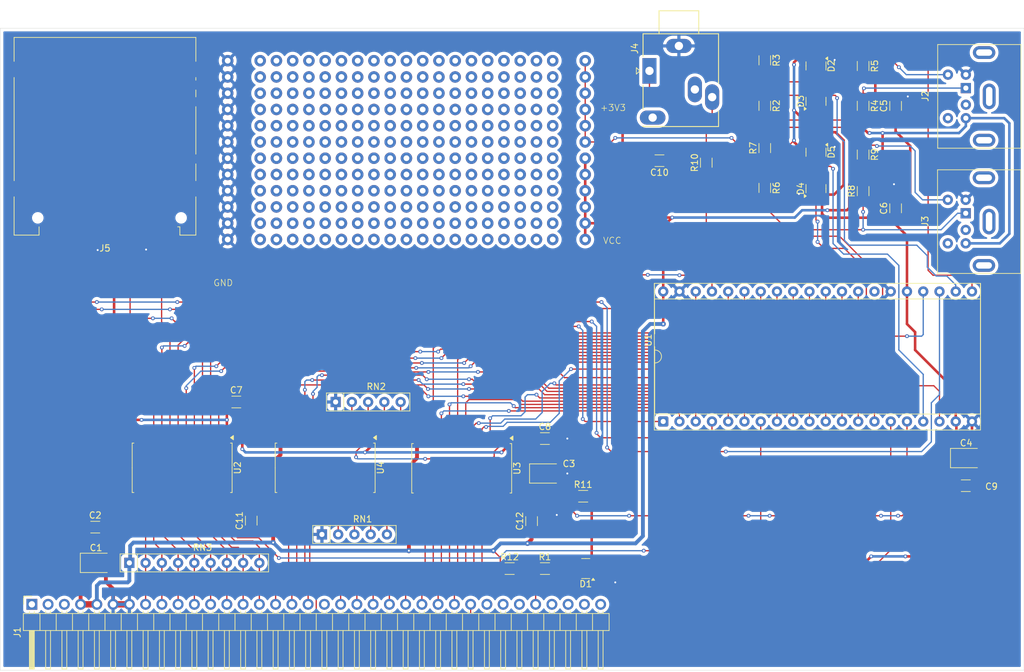
<source format=kicad_pcb>
(kicad_pcb (version 20241229) (generator "pcbnew") (generator_version "9.0")
  (title_block (title "GDP FPGA III") (date "2025-06-28") (rev "1.1") (company "Uwe Richter"))
  (layers (0 "F.Cu" signal) (2 "B.Cu" signal) (13 "F.Paste" user) (15 "B.Paste" user) (5 "F.SilkS" user "F.Silkscreen") (7 "B.SilkS" user "B.Silkscreen") (1 "F.Mask" user) (3 "B.Mask" user) (25 "Edge.Cuts" user))
  (net 0 "")
  (net 1 "VCC")
  (net 2 "GND")
  (net 3 "+3V3")
  (net 4 "Net-(C10-Pad1)")
  (net 5 "Net-(D1-COM)")
  (net 6 "/Mouse-Clock")
  (net 7 "/Mouse-Data")
  (net 8 "/Keyboard-Data")
  (net 9 "/Keyboard-Clock")
  (net 10 "/D7")
  (net 11 "/A3")
  (net 13 "/{slash}RD")
  (net 19 "/D6")
  (net 20 "/A2")
  (net 21 "/D5")
  (net 23 "/D3")
  (net 24 "/D0")
  (net 25 "/{slash}WR")
  (net 29 "/A6")
  (net 30 "/A1")
  (net 31 "/{slash}RESET")
  (net 32 "/D1")
  (net 33 "/{slash}IORQ")
  (net 34 "/{slash}INT")
  (net 36 "/D2")
  (net 37 "/D4")
  (net 38 "/A0")
  (net 39 "/A5")
  (net 40 "/A7")
  (net 41 "/A4")
  (net 42 "Net-(J2-Pad5)")
  (net 45 "Net-(J2-Pad1)")
  (net 46 "Net-(J3-Pad5)")
  (net 48 "Net-(J3-Pad1)")
  (net 50 "/MOSI")
  (net 52 "/CS")
  (net 53 "/MISO")
  (net 54 "/SCLK")
  (net 56 "Net-(U1-ÎOT40B)")
  (net 57 "Net-(U1-IOL51B)")
  (net 58 "Net-(RN1-R2)")
  (net 59 "Net-(RN1-R1)")
  (net 60 "Net-(RN1-R3)")
  (net 61 "Net-(RN1-R4)")
  (net 62 "Net-(RN2-R1)")
  (net 63 "Net-(RN2-R2)")
  (net 64 "Net-(RN2-R4)")
  (net 65 "Net-(RN2-R3)")
  (net 66 "/NWR")
  (net 67 "/ND0")
  (net 68 "/ND5")
  (net 69 "/NIORQ")
  (net 70 "/NA2")
  (net 71 "/ND4")
  (net 72 "/ND2")
  (net 73 "/NA0")
  (net 74 "/NRD")
  (net 75 "/NA1")
  (net 76 "Net-(U1-IOL47B)")
  (net 77 "/ND7")
  (net 78 "/NA6")
  (net 79 "/NRESET")
  (net 81 "/NA3")
  (net 82 "/ND1")
  (net 83 "/NA4")
  (net 84 "/NA5")
  (net 85 "/ND6")
  (net 86 "/ND3")
  (net 87 "/NA7")
  (net 88 "/DRIVER_DIR")
  (footprint "" (layer "F.Cu") (at 50.8 35.56)
    (property "Reference" "")
    (property "Value" "")
  )
  (footprint "" (layer "F.Cu") (at 86.36 25.4)
    (property "Reference" "")
    (property "Value" "")
  )
  (footprint "" (layer "F.Cu") (at 76.2 22.86)
    (property "Reference" "")
    (property "Value" "")
  )
  (footprint "" (layer "F.Cu") (at 96.52 22.86)
    (property "Reference" "")
    (property "Value" "")
  )
  (footprint "" (layer "F.Cu") (at 78.74 43.18)
    (property "Reference" "")
    (property "Value" "")
  )
  (footprint "" (layer "F.Cu") (at 55.88 38.1)
    (property "Reference" "")
    (property "Value" "")
  )
  (footprint "" (layer "F.Cu") (at 60.96 30.48)
    (property "Reference" "")
    (property "Value" "")
  )
  (footprint "" (layer "F.Cu") (at 93.98 43.18)
    (property "Reference" "")
    (property "Value" "")
  )
  (footprint "" (layer "F.Cu") (at 88.9 38.1)
    (property "Reference" "")
    (property "Value" "")
  )
  (footprint "" (layer "F.Cu") (at 76.2 43.18)
    (property "Reference" "")
    (property "Value" "")
  )
  (footprint "" (layer "F.Cu") (at 63.5 30.48)
    (property "Reference" "")
    (property "Value" "")
  )
  (footprint "" (layer "F.Cu") (at 71.12 22.86)
    (property "Reference" "")
    (property "Value" "")
  )
  (footprint "" (layer "F.Cu") (at 99.06 30.48)
    (property "Reference" "")
    (property "Value" "")
  )
  (footprint "" (layer "F.Cu") (at 71.12 27.94)
    (property "Reference" "")
    (property "Value" "")
  )
  (footprint "" (layer "F.Cu") (at 63.5 40.64)
    (property "Reference" "")
    (property "Value" "")
  )
  (footprint "Capacitor_Tantalum_SMD:CP_EIA-3528-21_Kemet-B" (layer "F.Cu") (at 30.226 98.806)
    (property "Reference" "C1")
    (property "Value" "10µF")
  )
  (footprint "" (layer "F.Cu") (at 68.58 35.56)
    (property "Reference" "")
    (property "Value" "")
  )
  (footprint "Capacitor_Tantalum_SMD:CP_EIA-3528-21_Kemet-B" (layer "F.Cu") (at 166.2295 82.423)
    (property "Reference" "C4")
    (property "Value" "10µF")
  )
  (footprint "" (layer "F.Cu") (at 78.74 33.02)
    (property "Reference" "")
    (property "Value" "")
  )
  (footprint "" (layer "F.Cu") (at 86.36 43.18)
    (property "Reference" "")
    (property "Value" "")
  )
  (footprint "" (layer "F.Cu") (at 66.04 22.86)
    (property "Reference" "")
    (property "Value" "")
  )
  (footprint "" (layer "F.Cu") (at 99.06 35.56)
    (property "Reference" "")
    (property "Value" "")
  )
  (footprint "" (layer "F.Cu") (at 50.8 33.02)
    (property "Reference" "")
    (property "Value" "")
  )
  (footprint "" (layer "F.Cu") (at 106.68 38.1)
    (property "Reference" "")
    (property "Value" "")
  )
  (footprint "" (layer "F.Cu") (at 106.68 20.32)
    (property "Reference" "")
    (property "Value" "")
  )
  (footprint "" (layer "F.Cu") (at 50.8 40.64)
    (property "Reference" "")
    (property "Value" "")
  )
  (footprint "" (layer "F.Cu") (at 99.06 33.02)
    (property "Reference" "")
    (property "Value" "")
  )
  (footprint "" (layer "F.Cu") (at 96.52 33.02)
    (property "Reference" "")
    (property "Value" "")
  )
  (footprint "" (layer "F.Cu") (at 66.04 27.94)
    (property "Reference" "")
    (property "Value" "")
  )
  (footprint "" (layer "F.Cu") (at 99.06 38.1)
    (property "Reference" "")
    (property "Value" "")
  )
  (footprint "" (layer "F.Cu") (at 60.96 22.86)
    (property "Reference" "")
    (property "Value" "")
  )
  (footprint "" (layer "F.Cu") (at 68.58 30.48)
    (property "Reference" "")
    (property "Value" "")
  )
  (footprint "" (layer "F.Cu") (at 73.66 40.64)
    (property "Reference" "")
    (property "Value" "")
  )
  (footprint "" (layer "F.Cu") (at 96.52 38.1)
    (property "Reference" "")
    (property "Value" "")
  )
  (footprint "" (layer "F.Cu") (at 55.88 33.02)
    (property "Reference" "")
    (property "Value" "")
  )
  (footprint "" (layer "F.Cu") (at 58.42 30.48)
    (property "Reference" "")
    (property "Value" "")
  )
  (footprint "Resistor_SMD:R_1206_3216Metric" (layer "F.Cu") (at 106.3605 88.392)
    (property "Reference" "R11")
    (property "Value" "4.7k")
  )
  (footprint "" (layer "F.Cu") (at 101.6 30.48)
    (property "Reference" "")
    (property "Value" "")
  )
  (footprint "" (layer "F.Cu") (at 55.88 27.94)
    (property "Reference" "")
    (property "Value" "")
  )
  (footprint "" (layer "F.Cu") (at 88.9 40.64)
    (property "Reference" "")
    (property "Value" "")
  )
  (footprint "" (layer "F.Cu") (at 81.28 33.02)
    (property "Reference" "")
    (property "Value" "")
  )
  (footprint "Resistor_THT:R_Array_SIP9" (layer "F.Cu") (at 35.433 98.806)
    (property "Reference" "RN3")
    (property "Value" "4k7")
  )
  (footprint "" (layer "F.Cu") (at 88.9 35.56)
    (property "Reference" "")
    (property "Value" "")
  )
  (footprint "" (layer "F.Cu") (at 81.28 43.18)
    (property "Reference" "")
    (property "Value" "")
  )
  (footprint "" (layer "F.Cu") (at 106.68 48.26)
    (property "Reference" "")
    (property "Value" "")
  )
  (footprint "" (layer "F.Cu") (at 60.96 33.02)
    (property "Reference" "")
    (property "Value" "")
  )
  (footprint "" (layer "F.Cu") (at 71.12 33.02)
    (property "Reference" "")
    (property "Value" "")
  )
  (footprint "" (layer "F.Cu") (at 63.5 25.4)
    (property "Reference" "")
    (property "Value" "")
  )
  (footprint "" (layer "F.Cu") (at 73.66 30.48)
    (property "Reference" "")
    (property "Value" "")
  )
  (footprint "" (layer "F.Cu") (at 71.12 48.26)
    (property "Reference" "")
    (property "Value" "")
  )
  (footprint "Resistor_THT:R_Array_SIP5" (layer "F.Cu") (at 67.671 73.66)
    (property "Reference" "RN2")
    (property "Value" "10k")
  )
  (footprint "" (layer "F.Cu") (at 86.36 38.1)
    (property "Reference" "")
    (property "Value" "")
  )
  (footprint "" (layer "F.Cu") (at 63.5 27.94)
    (property "Reference" "")
    (property "Value" "")
  )
  (footprint "" (layer "F.Cu") (at 63.5 38.1)
    (property "Reference" "")
    (property "Value" "")
  )
  (footprint "" (layer "F.Cu") (at 93.98 40.64)
    (property "Reference" "")
    (property "Value" "")
  )
  (footprint "Package_TO_SOT_SMD:SOT-23" (layer "F.Cu") (at 142.748 21.1305 -90)
    (property "Reference" "D2")
    (property "Value" "BAT54S" (hide yes))
  )
  (footprint "Library:PinHeader_1x36_P2.54mm_Horizontal" (layer "F.Cu") (at 20.193 113.483 90)
    (property "Reference" "J1")
    (property "Value" "NKC-Bus")
  )
  (footprint "" (layer "F.Cu") (at 60.96 45.72)
    (property "Reference" "")
    (property "Value" "")
  )
  (footprint "" (layer "F.Cu") (at 73.66 43.18)
    (property "Reference" "")
    (property "Value" "")
  )
  (footprint "" (layer "F.Cu") (at 50.8 43.18)
    (property "Reference" "")
    (property "Value" "")
  )
  (footprint "" (layer "F.Cu") (at 78.74 38.1)
    (property "Reference" "")
    (property "Value" "")
  )
  (footprint "" (layer "F.Cu") (at 86.36 22.86)
    (property "Reference" "")
    (property "Value" "")
  )
  (footprint "" (layer "F.Cu") (at 83.82 20.32)
    (property "Reference" "")
    (property "Value" "")
  )
  (footprint "" (layer "F.Cu") (at 58.42 40.64)
    (property "Reference" "")
    (property "Value" "")
  )
  (footprint "" (layer "F.Cu") (at 91.44 38.1)
    (property "Reference" "")
    (property "Value" "")
  )
  (footprint "Library:Connector_Mini-DIN_Female_6Pin_2rows" (layer "F.Cu") (at 166.173 24.598 90)
    (property "Reference" "J2")
    (property "Value" "Mini-DIN-6" (hide yes))
  )
  (footprint "" (layer "F.Cu") (at 73.66 35.56)
    (property "Reference" "")
    (property "Value" "")
  )
  (footprint "Package_TO_SOT_SMD:SOT-23" (layer "F.Cu") (at 142.748 40.3075 90)
    (property "Reference" "D4")
    (property "Value" "BAT54S" (hide yes))
  )
  (footprint "Package_SO:SOIC-24W_7.5x15.4mm_P1.27mm" (layer "F.Cu") (at 43.688 83.947 -90)
    (property "Reference" "U2")
    (property "Value" "SN74LVC8T245")
  )
  (footprint "" (layer "F.Cu") (at 101.6 38.1)
    (property "Reference" "")
    (property "Value" "")
  )
  (footprint "Connector_Audio:Jack_3.5mm_Ledino_KB3SPRS_Horizontal" (layer "F.Cu") (at 116.721 21.91 -90)
    (property "Reference" "J4")
    (property "Value" "AudioJack3" (hide yes))
  )
  (footprint "" (layer "F.Cu") (at 83.82 43.18)
    (property "Reference" "")
    (property "Value" "")
  )
  (footprint "" (layer "F.Cu") (at 76.2 27.94)
    (property "Reference" "")
    (property "Value" "")
  )
  (footprint "" (layer "F.Cu") (at 50.8 38.1)
    (property "Reference" "")
    (property "Value" "")
  )
  (footprint "" (layer "F.Cu") (at 60.96 27.94)
    (property "Reference" "")
    (property "Value" "")
  )
  (footprint "" (layer "F.Cu") (at 73.66 20.32)
    (property "Reference" "")
    (property "Value" "")
  )
  (footprint "" (layer "F.Cu") (at 88.9 22.86)
    (property "Reference" "")
    (property "Value" "")
  )
  (footprint "Capacitor_SMD:C_1206_3216Metric" (layer "F.Cu") (at 118.286 35.941 180)
    (property "Reference" "C10")
    (property "Value" "4n7")
  )
  (footprint "" (layer "F.Cu") (at 71.12 38.1)
    (property "Reference" "")
    (property "Value" "")
  )
  (footprint "" (layer "F.Cu") (at 96.52 48.26)
    (property "Reference" "")
    (property "Value" "")
  )
  (footprint "" (layer "F.Cu") (at 73.66 22.86)
    (property "Reference" "")
    (property "Value" "")
  )
  (footprint "" (layer "F.Cu") (at 91.44 22.86)
    (property "Reference" "")
    (property "Value" "")
  )
  (footprint "" (layer "F.Cu") (at 76.2 30.48)
    (property "Reference" "")
    (property "Value" "")
  )
  (footprint "" (layer "F.Cu") (at 78.74 45.72)
    (property "Reference" "")
    (property "Value" "")
  )
  (footprint "" (layer "F.Cu") (at 91.44 25.4)
    (property "Reference" "")
    (property "Value" "")
  )
  (footprint "" (layer "F.Cu") (at 83.82 33.02)
    (property "Reference" "")
    (property "Value" "")
  )
  (footprint "" (layer "F.Cu") (at 101.6 20.32)
    (property "Reference" "")
    (property "Value" "")
  )
  (footprint "" (layer "F.Cu") (at 88.9 45.72)
    (property "Reference" "")
    (property "Value" "")
  )
  (footprint "Resistor_SMD:R_1206_3216Metric" (layer "F.Cu") (at 134.747 33.9745 90)
    (property "Reference" "R7")
    (property "Value" "120ohm")
  )
  (footprint "" (layer "F.Cu") (at 101.6 27.94)
    (property "Reference" "")
    (property "Value" "")
  )
  (footprint "" (layer "F.Cu") (at 68.58 38.1)
    (property "Reference" "")
    (property "Value" "")
  )
  (footprint "" (layer "F.Cu") (at 55.88 43.18)
    (property "Reference" "")
    (property "Value" "")
  )
  (footprint "" (layer "F.Cu") (at 63.5 33.02)
    (property "Reference" "")
    (property "Value" "")
  )
  (footprint "" (layer "F.Cu") (at 81.28 48.26)
    (property "Reference" "")
    (property "Value" "")
  )
  (footprint "" (layer "F.Cu") (at 58.42 43.18)
    (property "Reference" "")
    (property "Value" "")
  )
  (footprint "" (layer "F.Cu") (at 106.68 43.18)
    (property "Reference" "")
    (property "Value" "")
  )
  (footprint "" (layer "F.Cu") (at 99.06 40.64)
    (property "Reference" "")
    (property "Value" "")
  )
  (footprint "" (layer "F.Cu") (at 81.28 22.86)
    (property "Reference" "")
    (property "Value" "")
  )
  (footprint "" (layer "F.Cu") (at 55.88 35.56)
    (property "Reference" "")
    (property "Value" "")
  )
  (footprint "" (layer "F.Cu") (at 76.2 48.26)
    (property "Reference" "")
    (property "Value" "")
  )
  (footprint "" (layer "F.Cu") (at 68.58 20.32)
    (property "Reference" "")
    (property "Value" "")
  )
  (footprint "" (layer "F.Cu") (at 83.82 45.72)
    (property "Reference" "")
    (property "Value" "")
  )
  (footprint "" (layer "F.Cu") (at 106.68 30.48)
    (property "Reference" "")
    (property "Value" "")
  )
  (footprint "" (layer "F.Cu") (at 101.6 45.72)
    (property "Reference" "")
    (property "Value" "")
  )
  (footprint "" (layer "F.Cu") (at 68.58 40.64)
    (property "Reference" "")
    (property "Value" "")
  )
  (footprint "" (layer "F.Cu") (at 55.88 45.72)
    (property "Reference" "")
    (property "Value" "")
  )
  (footprint "" (layer "F.Cu") (at 88.9 48.26)
    (property "Reference" "")
    (property "Value" "")
  )
  (footprint "" (layer "F.Cu") (at 68.58 33.02)
    (property "Reference" "")
    (property "Value" "")
  )
  (footprint "Package_SO:SOIC-24W_7.5x15.4mm_P1.27mm" (layer "F.Cu") (at 87.376 84.025 -90)
    (property "Reference" "U3")
    (property "Value" "SN74LVC8T245")
  )
  (footprint "" (layer "F.Cu") (at 50.8 48.26)
    (property "Reference" "")
    (property "Value" "")
  )
  (footprint "" (layer "F.Cu") (at 60.96 38.1)
    (property "Reference" "")
    (property "Value" "")
  )
  (footprint "" (layer "F.Cu") (at 101.6 48.26)
    (property "Reference" "")
    (property "Value" "")
  )
  (footprint "" (layer "F.Cu") (at 66.04 30.48)
    (property "Reference" "")
    (property "Value" "")
  )
  (footprint "" (layer "F.Cu") (at 76.2 20.32)
    (property "Reference" "")
    (property "Value" "")
  )
  (footprint "Capacitor_Tantalum_SMD:CP_EIA-3528-21_Kemet-B" (layer "F.Cu") (at 100.4435 84.836)
    (property "Reference" "C3")
    (property "Value" "10µF")
  )
  (footprint "Package_TO_SOT_SMD:SOT-23" (layer "F.Cu") (at 142.748 26.67 90)
    (property "Reference" "D3")
    (property "Value" "BAT54S" (hide yes))
  )
  (footprint "" (layer "F.Cu") (at 68.58 22.86)
    (property "Reference" "")
    (property "Value" "")
  )
  (footprint "" (layer "F.Cu") (at 73.66 45.72)
    (property "Reference" "")
    (property "Value" "")
  )
  (footprint "" (layer "F.Cu") (at 78.74 30.48)
    (property "Reference" "")
    (property "Value" "")
  )
  (footprint "Connector_Card:SD_Hirose_DM1AA_SF_PEJ82" (layer "F.Cu") (at 31.623 32.131 180)
    (property "Reference" "J5")
    (property "Value" "SD_Card" (hide yes))
  )
  (footprint "" (layer "F.Cu") (at 71.12 43.18)
    (property "Reference" "")
    (property "Value" "")
  )
  (footprint "" (layer "F.Cu") (at 93.98 20.32)
    (property "Reference" "")
    (property "Value" "")
  )
  (footprint "" (layer "F.Cu") (at 55.88 48.26)
    (property "Reference" "")
    (property "Value" "")
  )
  (footprint "" (layer "F.Cu") (at 76.2 40.64)
    (property "Reference" "")
    (property "Value" "")
  )
  (footprint "" (layer "F.Cu") (at 58.42 38.1)
    (property "Reference" "")
    (property "Value" "")
  )
  (footprint "" (layer "F.Cu") (at 93.98 38.1)
    (property "Reference" "")
    (property "Value" "")
  )
  (footprint "Package_SO:SOIC-24W_7.5x15.4mm_P1.27mm" (layer "F.Cu") (at 66.04 83.947 -90)
    (property "Reference" "U4")
    (property "Value" "SN74LVC8T245")
  )
  (footprint "" (layer "F.Cu") (at 55.88 30.48)
    (property "Reference" "")
    (property "Value" "")
  )
  (footprint "Resistor_SMD:R_1206_3216Metric" (layer "F.Cu") (at 134.747 27.3705 -90)
    (property "Reference" "R2")
    (property "Value" "120ohm")
  )
  (footprint "" (layer "F.Cu") (at 50.8 27.94)
    (property "Reference" "")
    (property "Value" "")
  )
  (footprint "" (layer "F.Cu") (at 86.36 30.48)
    (property "Reference" "")
    (property "Value" "")
  )
  (footprint "" (layer "F.Cu") (at 60.96 43.18)
    (property "Reference" "")
    (property "Value" "")
  )
  (footprint "Resistor_SMD:R_1206_3216Metric" (layer "F.Cu") (at 134.747 20.2585 -90)
    (property "Reference" "R3")
    (property "Value" "120ohm")
  )
  (footprint "" (layer "F.Cu") (at 91.44 45.72)
    (property "Reference" "")
    (property "Value" "")
  )
  (footprint "" (layer "F.Cu") (at 50.8 20.32)
    (property "Reference" "")
    (property "Value" "")
  )
  (footprint "" (layer "F.Cu") (at 76.2 35.56)
    (property "Reference" "")
    (property "Value" "")
  )
  (footprint "" (layer "F.Cu") (at 58.42 27.94)
    (property "Reference" "")
    (property "Value" "")
  )
  (footprint "" (layer "F.Cu") (at 73.66 25.4)
    (property "Reference" "")
    (property "Value" "")
  )
  (footprint "" (layer "F.Cu") (at 81.28 38.1)
    (property "Reference" "")
    (property "Value" "")
  )
  (footprint "" (layer "F.Cu") (at 66.04 43.18)
    (property "Reference" "")
    (property "Value" "")
  )
  (footprint "" (layer "F.Cu") (at 101.6 22.86)
    (property "Reference" "")
    (property "Value" "")
  )
  (footprint "" (layer "F.Cu") (at 71.12 40.64)
    (property "Reference" "")
    (property "Value" "")
  )
  (footprint "" (layer "F.Cu") (at 106.68 35.56)
    (property "Reference" "")
    (property "Value" "")
  )
  (footprint "" (layer "F.Cu") (at 83.82 22.86)
    (property "Reference" "")
    (property "Value" "")
  )
  (footprint "" (layer "F.Cu") (at 68.58 43.18)
    (property "Reference" "")
    (property "Value" "")
  )
  (footprint "" (layer "F.Cu") (at 93.98 25.4)
    (property "Reference" "")
    (property "Value" "")
  )
  (footprint "Capacitor_SMD:C_1206_3216Metric" (layer "F.Cu") (at 155.194 43.385 90)
    (property "Reference" "C6")
    (property "Value" "100nF")
  )
  (footprint "" (layer "F.Cu") (at 101.6 33.02)
    (property "Reference" "")
    (property "Value" "")
  )
  (footprint "" (layer "F.Cu") (at 99.06 27.94)
    (property "Reference" "")
    (property "Value" "")
  )
  (footprint "" (layer "F.Cu") (at 81.28 20.32)
    (property "Reference" "")
    (property "Value" "")
  )
  (footprint "" (layer "F.Cu") (at 71.12 20.32)
    (property "Reference" "")
    (property "Value" "")
  )
  (footprint "" (layer "F.Cu") (at 63.5 45.72)
    (property "Reference" "")
    (property "Value" "")
  )
  (footprint "" (layer "F.Cu") (at 58.42 22.86)
    (property "Reference" "")
    (property "Value" "")
  )
  (footprint "" (layer "F.Cu") (at 66.04 45.72)
    (property "Reference" "")
    (property "Value" "")
  )
  (footprint "" (layer "F.Cu") (at 96.52 20.32)
    (property "Reference" "")
    (property "Value" "")
  )
  (footprint "" (layer "F.Cu") (at 91.44 27.94)
    (property "Reference" "")
    (property "Value" "")
  )
  (footprint "" (layer "F.Cu") (at 60.96 40.64)
    (property "Reference" "")
    (property "Value" "")
  )
  (footprint "" (layer "F.Cu") (at 71.12 45.72)
    (property "Reference" "")
    (property "Value" "")
  )
  (footprint "" (layer "F.Cu") (at 78.74 35.56)
    (property "Reference" "")
    (property "Value" "")
  )
  (footprint "" (layer "F.Cu") (at 86.36 33.02)
    (property "Reference" "")
    (property "Value" "")
  )
  (footprint "Resistor_SMD:R_1206_3216Metric" (layer "F.Cu") (at 150.114 34.9905 -90)
    (property "Reference" "R9")
    (property "Value" "2.2k")
  )
  (footprint "" (layer "F.Cu") (at 88.9 25.4)
    (property "Reference" "")
    (property "Value" "")
  )
  (footprint "" (layer "F.Cu") (at 91.44 33.02)
    (property "Reference" "")
    (property "Value" "")
  )
  (footprint "" (layer "F.Cu") (at 96.52 27.94)
    (property "Reference" "")
    (property "Value" "")
  )
  (footprint "" (layer "F.Cu") (at 93.98 35.56)
    (property "Reference" "")
    (property "Value" "")
  )
  (footprint "" (layer "F.Cu") (at 99.06 25.4)
    (property "Reference" "")
    (property "Value" "")
  )
  (footprint "Resistor_SMD:R_1206_3216Metric" (layer "F.Cu") (at 100.3915 99.695)
    (property "Reference" "R1")
    (property "Value" "120ohm")
  )
  (footprint "" (layer "F.Cu") (at 106.68 25.4)
    (property "Reference" "")
    (property "Value" "")
  )
  (footprint "" (layer "F.Cu") (at 83.82 35.56)
    (property "Reference" "")
    (property "Value" "")
  )
  (footprint "" (layer "F.Cu") (at 63.5 22.86)
    (property "Reference" "")
    (property "Value" "")
  )
  (footprint "" (layer "F.Cu") (at 60.96 25.4)
    (property "Reference" "")
    (property "Value" "")
  )
  (footprint "" (layer "F.Cu") (at 83.82 48.26)
    (property "Reference" "")
    (property "Value" "")
  )
  (footprint "" (layer "F.Cu") (at 88.9 27.94)
    (property "Reference" "")
    (property "Value" "")
  )
  (footprint "Resistor_THT:R_Array_SIP5" (layer "F.Cu") (at 65.532 94.361)
    (property "Reference" "RN1")
    (property "Value" "10k")
  )
  (footprint "" (layer "F.Cu") (at 83.82 27.94)
    (property "Reference" "")
    (property "Value" "")
  )
  (footprint "Capacitor_SMD:C_1206_3216Metric" (layer "F.Cu") (at 100.379 79.375)
    (property "Reference" "C8")
    (property "Value" "100nF")
  )
  (footprint "" (layer "F.Cu") (at 83.82 40.64)
    (property "Reference" "")
    (property "Value" "")
  )
  (footprint "Resistor_SMD:R_1206_3216Metric" (layer "F.Cu") (at 150.114 27.3705 -90)
    (property "Reference" "R4")
    (property "Value" "2.2k")
  )
  (footprint "" (layer "F.Cu") (at 73.66 33.02)
    (property "Reference" "")
    (property "Value" "")
  )
  (footprint "" (layer "F.Cu") (at 68.58 25.4)
    (property "Reference" "")
    (property "Value" "")
  )
  (footprint "" (layer "F.Cu") (at 78.74 20.32)
    (property "Reference" "")
    (property "Value" "")
  )
  (footprint "" (layer "F.Cu") (at 106.68 27.94)
    (property "Reference" "")
    (property "Value" "")
  )
  (footprint "" (layer "F.Cu") (at 86.36 20.32)
    (property "Reference" "")
    (property "Value" "")
  )
  (footprint "" (layer "F.Cu") (at 99.06 45.72)
    (property "Reference" "")
    (property "Value" "")
  )
  (footprint "" (layer "F.Cu") (at 83.82 30.48)
    (property "Reference" "")
    (property "Value" "")
  )
  (footprint "Package_TO_SOT_SMD:SOT-23" (layer "F.Cu") (at 142.748 34.6225 -90)
    (property "Reference" "D5")
    (property "Value" "BAT54S" (hide yes))
  )
  (footprint "Resistor_SMD:R_1206_3216Metric" (layer "F.Cu") (at 94.869 99.695)
    (property "Reference" "R12")
    (property "Value" "4k7")
  )
  (footprint "" (layer "F.Cu") (at 81.28 45.72)
    (property "Reference" "")
    (property "Value" "")
  )
  (footprint "Resistor_SMD:R_1206_3216Metric" (layer "F.Cu") (at 125.603 36.2565 90)
    (property "Reference" "R10")
    (property "Value" "3k3")
  )
  (footprint "" (layer "F.Cu") (at 78.74 22.86)
    (property "Reference" "")
    (property "Value" "")
  )
  (footprint "" (layer "F.Cu") (at 99.06 22.86)
    (property "Reference" "")
    (property "Value" "")
  )
  (footprint "" (layer "F.Cu") (at 78.74 27.94)
    (property "Reference" "")
    (property "Value" "")
  )
  (footprint "" (layer "F.Cu") (at 55.88 22.86)
    (property "Reference" "")
    (property "Value" "")
  )
  (footprint "" (layer "F.Cu") (at 76.2 38.1)
    (property "Reference" "")
    (property "Value" "")
  )
  (footprint "" (layer "F.Cu") (at 50.8 30.48)
    (property "Reference" "")
    (property "Value" "")
  )
  (footprint "Package_TO_SOT_SMD:SOT-23" (layer "F.Cu") (at 106.7585 99.695 180)
    (property "Reference" "D1")
    (property "Value" "BAT54S" (hide yes))
  )
  (footprint "Resistor_SMD:R_1206_3216Metric" (layer "F.Cu") (at 150.114 21.1475 -90)
    (property "Reference" "R5")
    (property "Value" "2.2k")
  )
  (footprint "" (layer "F.Cu") (at 96.52 30.48)
    (property "Reference" "")
    (property "Value" "")
  )
  (footprint "" (layer "F.Cu") (at 50.8 22.86)
    (property "Reference" "")
    (property "Value" "")
  )
  (footprint "" (layer "F.Cu") (at 73.66 38.1)
    (property "Reference" "")
    (property "Value" "")
  )
  (footprint "" (layer "F.Cu") (at 86.36 35.56)
    (property "Reference" "")
    (property "Value" "")
  )
  (footprint "" (layer "F.Cu") (at 106.68 33.02)
    (property "Reference" "")
    (property "Value" "")
  )
  (footprint "" (layer "F.Cu") (at 66.04 48.26)
    (property "Reference" "")
    (property "Value" "")
  )
  (footprint "" (layer "F.Cu") (at 50.8 25.4)
    (property "Reference" "")
    (property "Value" "")
  )
  (footprint "" (layer "F.Cu") (at 66.04 38.1)
    (property "Reference" "")
    (property "Value" "")
  )
  (footprint "" (layer "F.Cu") (at 88.9 33.02)
    (property "Reference" "")
    (property "Value" "")
  )
  (footprint "" (layer "F.Cu") (at 78.74 48.26)
    (property "Reference" "")
    (property "Value" "")
  )
  (footprint "" (layer "F.Cu") (at 58.42 25.4)
    (property "Reference" "")
    (property "Value" "")
  )
  (footprint "" (layer "F.Cu") (at 63.5 35.56)
    (property "Reference" "")
    (property "Value" "")
  )
  (footprint "" (layer "F.Cu") (at 93.98 45.72)
    (property "Reference" "")
    (property "Value" "")
  )
  (footprint "" (layer "F.Cu") (at 66.04 35.56)
    (property "Reference" "")
    (property "Value" "")
  )
  (footprint "" (layer "F.Cu") (at 60.96 20.32)
    (property "Reference" "")
    (property "Value" "")
  )
  (footprint "Library:Connector_Mini-DIN_Female_6Pin_2rows" (layer "F.Cu") (at 166.149 44.166 90)
    (property "Reference" "J3")
    (property "Value" "Mini-DIN-6" (hide yes))
  )
  (footprint "" (layer "F.Cu") (at 58.42 35.56)
    (property "Reference" "")
    (property "Value" "")
  )
  (footprint "" (layer "F.Cu") (at 68.58 48.26)
    (property "Reference" "")
    (property "Value" "")
  )
  (footprint "" (layer "F.Cu") (at 68.58 27.94)
    (property "Reference" "")
    (property "Value" "")
  )
  (footprint "" (layer "F.Cu") (at 106.68 40.64)
    (property "Reference" "")
    (property "Value" "")
  )
  (footprint "" (layer "F.Cu") (at 93.98 27.94)
    (property "Reference" "")
    (property "Value" "")
  )
  (footprint "" (layer "F.Cu") (at 86.36 40.64)
    (property "Reference" "")
    (property "Value" "")
  )
  (footprint "" (layer "F.Cu") (at 93.98 22.86)
    (property "Reference" "")
    (property "Value" "")
  )
  (footprint "" (layer "F.Cu") (at 55.88 20.32)
    (property "Reference" "")
    (property "Value" "")
  )
  (footprint "" (layer "F.Cu") (at 71.12 30.48)
    (property "Reference" "")
    (property "Value" "")
  )
  (footprint "Capacitor_SMD:C_1206_3216Metric" (layer "F.Cu") (at 98.298 92.28 90)
    (property "Reference" "C12")
    (property "Value" "100nF")
  )
  (footprint "" (layer "F.Cu") (at 86.36 45.72)
    (property "Reference" "")
    (property "Value" "")
  )
  (footprint "" (layer "F.Cu") (at 66.04 25.4)
    (property "Reference" "")
    (property "Value" "")
  )
  (footprint "" (layer "F.Cu") (at 76.2 45.72)
    (property "Reference" "")
    (property "Value" "")
  )
  (footprint "" (layer "F.Cu") (at 58.42 45.72)
    (property "Reference" "")
    (property "Value" "")
  )
  (footprint "" (layer "F.Cu") (at 106.68 45.72)
    (property "Reference" "")
    (property "Value" "")
  )
  (footprint "" (layer "F.Cu") (at 91.44 20.32)
    (property "Reference" "")
    (property "Value" "")
  )
  (footprint "" (layer "F.Cu") (at 91.44 48.26)
    (property "Reference" "")
    (property "Value" "")
  )
  (footprint "" (layer "F.Cu") (at 83.82 38.1)
    (property "Reference" "")
    (property "Value" "")
  )
  (footprint "" (layer "F.Cu") (at 58.42 20.32)
    (property "Reference" "")
    (property "Value" "")
  )
  (footprint "" (layer "F.Cu") (at 101.6 25.4)
    (property "Reference" "")
    (property "Value" "")
  )
  (footprint "" (layer "F.Cu") (at 96.52 43.18)
    (property "Reference" "")
    (property "Value" "")
  )
  (footprint "" (layer "F.Cu") (at 76.2 33.02)
    (property "Reference" "")
    (property "Value" "")
  )
  (footprint "" (layer "F.Cu") (at 55.88 40.64)
    (property "Reference" "")
    (property "Value" "")
  )
  (footprint "" (layer "F.Cu") (at 66.04 33.02)
    (property "Reference" "")
    (property "Value" "")
  )
  (footprint "" (layer "F.Cu") (at 86.36 27.94)
    (property "Reference" "")
    (property "Value" "")
  )
  (footprint "" (layer "F.Cu") (at 93.98 48.26)
    (property "Reference" "")
    (property "Value" "")
  )
  (footprint "" (layer "F.Cu") (at 86.36 48.26)
    (property "Reference" "")
    (property "Value" "")
  )
  (footprint "" (layer "F.Cu") (at 78.74 25.4)
    (property "Reference" "")
    (property "Value" "")
  )
  (footprint "" (layer "F.Cu") (at 96.52 40.64)
    (property "Reference" "")
    (property "Value" "")
  )
  (footprint "Resistor_SMD:R_1206_3216Metric" (layer "F.Cu") (at 150.114 40.7055 90)
    (property "Reference" "R8")
    (property "Value" "2.2k")
  )
  (footprint "" (layer "F.Cu") (at 73.66 27.94)
    (property "Reference" "")
    (property "Value" "")
  )
  (footprint "Capacitor_SMD:C_1206_3216Metric" (layer "F.Cu") (at 52.148 73.66)
    (property "Reference" "C7")
    (property "Value" "100nF")
  )
  (footprint "Capacitor_SMD:C_1206_3216Metric" (layer "F.Cu") (at 30.099 93.218)
    (property "Reference" "C2")
    (property "Value" "100nF")
  )
  (footprint "" (layer "F.Cu") (at 78.74 40.64)
    (property "Reference" "")
    (property "Value" "")
  )
  (footprint "Custom_Footprints:DIP-40_W20.3mm_Socket" (layer "F.Cu") (at 118.872 76.708 90)
    (property "Reference" "U1")
    (property "Value" "~")
  )
  (footprint "" (layer "F.Cu") (at 66.04 20.32)
    (property "Reference" "")
    (property "Value" "")
  )
  (footprint "" (layer "F.Cu") (at 99.06 20.32)
    (property "Reference" "")
    (property "Value" "")
  )
  (footprint "" (layer "F.Cu") (at 106.68 22.86)
    (property "Reference" "")
    (property "Value" "")
  )
  (footprint "" (layer "F.Cu") (at 66.04 40.64)
    (property "Reference" "")
    (property "Value" "")
  )
  (footprint "Capacitor_SMD:C_1206_3216Metric" (layer "F.Cu") (at 54.483 92.202 90)
    (property "Reference" "C11")
    (property "Value" "100nF")
  )
  (footprint "Capacitor_SMD:C_1206_3216Metric" (layer "F.Cu") (at 155.194 27.383 90)
    (property "Reference" "C5")
    (property "Value" "100nF")
  )
  (footprint "" (layer "F.Cu") (at 63.5 43.18)
    (property "Reference" "")
    (property "Value" "")
  )
  (footprint "" (layer "F.Cu") (at 81.28 25.4)
    (property "Reference" "")
    (property "Value" "")
  )
  (footprint "" (layer "F.Cu") (at 88.9 43.18)
    (property "Reference" "")
    (property "Value" "")
  )
  (footprint "" (layer "F.Cu") (at 58.42 48.26)
    (property "Reference" "")
    (property "Value" "")
  )
  (footprint "" (layer "F.Cu") (at 73.66 48.26)
    (property "Reference" "")
    (property "Value" "")
  )
  (footprint "" (layer "F.Cu") (at 63.5 20.32)
    (property "Reference" "")
    (property "Value" "")
  )
  (footprint "" (layer "F.Cu") (at 93.98 30.48)
    (property "Reference" "")
    (property "Value" "")
  )
  (footprint "" (layer "F.Cu") (at 99.06 48.26)
    (property "Reference" "")
    (property "Value" "")
  )
  (footprint "" (layer "F.Cu") (at 93.98 33.02)
    (property "Reference" "")
    (property "Value" "")
  )
  (footprint "" (layer "F.Cu") (at 96.52 25.4)
    (property "Reference" "")
    (property "Value" "")
  )
  (footprint "" (layer "F.Cu") (at 81.28 27.94)
    (property "Reference" "")
    (property "Value" "")
  )
  (footprint "" (layer "F.Cu") (at 76.2 25.4)
    (property "Reference" "")
    (property "Value" "")
  )
  (footprint "" (layer "F.Cu") (at 91.44 43.18)
    (property "Reference" "")
    (property "Value" "")
  )
  (footprint "" (layer "F.Cu") (at 88.9 20.32)
    (property "Reference" "")
    (property "Value" "")
  )
  (footprint "" (layer "F.Cu") (at 60.96 35.56)
    (property "Reference" "")
    (property "Value" "")
  )
  (footprint "" (layer "F.Cu") (at 91.44 35.56)
    (property "Reference" "")
    (property "Value" "")
  )
  (footprint "" (layer "F.Cu") (at 50.8 45.72)
    (property "Reference" "")
    (property "Value" "")
  )
  (footprint "" (layer "F.Cu") (at 55.88 25.4)
    (property "Reference" "")
    (property "Value" "")
  )
  (footprint "" (layer "F.Cu") (at 96.52 45.72)
    (property "Reference" "")
    (property "Value" "")
  )
  (footprint "" (layer "F.Cu") (at 81.28 35.56)
    (property "Reference" "")
    (property "Value" "")
  )
  (footprint "" (layer "F.Cu") (at 81.28 30.48)
    (property "Reference" "")
    (property "Value" "")
  )
  (footprint "" (layer "F.Cu") (at 91.44 40.64)
    (property "Reference" "")
    (property "Value" "")
  )
  (footprint "" (layer "F.Cu") (at 58.42 33.02)
    (property "Reference" "")
    (property "Value" "")
  )
  (footprint "" (layer "F.Cu") (at 83.82 25.4)
    (property "Reference" "")
    (property "Value" "")
  )
  (footprint "" (layer "F.Cu") (at 60.96 48.26)
    (property "Reference" "")
    (property "Value" "")
  )
  (footprint "" (layer "F.Cu") (at 71.12 25.4)
    (property "Reference" "")
    (property "Value" "")
  )
  (footprint "" (layer "F.Cu") (at 68.58 45.72)
    (property "Reference" "")
    (property "Value" "")
  )
  (footprint "" (layer "F.Cu") (at 81.28 40.64)
    (property "Reference" "")
    (property "Value" "")
  )
  (footprint "" (layer "F.Cu") (at 91.44 30.48)
    (property "Reference" "")
    (property "Value" "")
  )
  (footprint "Resistor_SMD:R_1206_3216Metric" (layer "F.Cu") (at 134.747 40.1975 -90)
    (property "Reference" "R6")
    (property "Value" "120ohm")
  )
  (footprint "" (layer "F.Cu") (at 88.9 30.48)
    (property "Reference" "")
    (property "Value" "")
  )
  (footprint "" (layer "F.Cu") (at 101.6 35.56)
    (property "Reference" "")
    (property "Value" "")
  )
  (footprint "" (layer "F.Cu") (at 63.5 48.26)
    (property "Reference" "")
    (property "Value" "")
  )
  (footprint "" (layer "F.Cu") (at 99.06 43.18)
    (property "Reference" "")
    (property "Value" "")
  )
  (footprint "" (layer "F.Cu") (at 101.6 43.18)
    (property "Reference" "")
    (property "Value" "")
  )
  (footprint "" (layer "F.Cu") (at 101.6 40.64)
    (property "Reference" "")
    (property "Value" "")
  )
  (footprint "" (layer "F.Cu") (at 96.52 35.56)
    (property "Reference" "")
    (property "Value" "")
  )
  (footprint "Capacitor_SMD:C_1206_3216Metric" (layer "F.Cu") (at 166.165 86.741)
    (property "Reference" "C9")
    (property "Value" "100nF")
  )
  (footprint "" (layer "F.Cu") (at 71.12 35.56)
    (property "Reference" "")
    (property "Value" "")
  )
  (gr_line (start 175.26 15.24) (end 15.24 15.24) (stroke (width 0.05)) (layer "Edge.Cuts"))
  (gr_line (start 15.24 15.24) (end 15.24 115.57) (stroke (width 0.05)) (layer "Edge.Cuts"))
  (gr_line (start 175.26 115.57) (end 175.26 15.24) (stroke (width 0.05)) (layer "Edge.Cuts"))
  (gr_line (start 15.24 115.57) (end 175.26 115.57) (stroke (width 0.05)) (layer "Edge.Cuts"))
  (gr_text "GND" (at 48.514 55.626 0) (layer "F.SilkS") (effects (font (size 1 1) (thickness 0.1)) (justify left bottom)))
  (gr_text "VCC" (at 109.4105 49.022 0) (layer "F.SilkS") (effects (font (size 1 1) (thickness 0.1)) (justify left bottom)))
  (gr_text "+3V3" (at 108.966 28.2575 0) (layer "F.SilkS") (effects (font (size 1 1) (thickness 0.1)) (justify left bottom)))
  (segment (start 50.673 88.597) (end 50.673 92.202) (width 0.6) (layer "F.Cu") (net 1))
  (segment (start 28.702 100.838) (end 28.6885 100.8245) (width 0.2) (layer "F.Cu") (net 1))
  (segment (start 28.6885 100.8245) (end 28.6885 98.806) (width 0.6) (layer "F.Cu") (net 1))
  (segment (start 116.84 45.72) (end 106.68 45.72) (width 0.4) (layer "F.Cu") (net 1))
  (segment (start 120.269 44.831) (end 120.1 45) (width 0.4) (layer "F.Cu") (net 1))
  (segment (start 150.114 28.833) (end 150.114 30.861) (width 0.4) (layer "F.Cu") (net 1))
  (segment (start 152.019 28.448) (end 152.019 22.987) (width 0.4) (layer "F.Cu") (net 1))
  (segment (start 118.872 46.228) (end 120.269 44.831) (width 0.4) (layer "F.Cu") (net 1))
  (segment (start 28.6885 93.2825) (end 28.624 93.218) (width 0.6) (layer "F.Cu") (net 1))
  (segment (start 106.68 45.72) (end 106.68 43.18) (width 0.4) (layer "F.Cu") (net 1))
  (segment (start 150.114 36.453) (end 152.777 36.453) (width 0.4) (layer "F.Cu") (net 1))
  (segment (start 50.673 92.202) (end 52.148 93.677) (width 0.6) (layer "F.Cu") (net 1))
  (segment (start 52.148 93.677) (end 54.483 93.677) (width 0.6) (layer "F.Cu") (net 1))
  (segment (start 74.881 88.597) (end 79.121 92.837) (width 0.6) (layer "F.Cu") (net 1))
  (segment (start 54.483 93.677) (end 57.609 93.677) (width 0.6) (layer "F.Cu") (net 1))
  (segment (start 106.68 40.64) (end 106.68 38.1) (width 0.4) (layer "F.Cu") (net 1))
  (segment (start 118.872 61.468) (end 118.872 46.228) (width 0.4) (layer "F.Cu") (net 1))
  (segment (start 93.4065 97.9785) (end 92.329 96.901) (width 0.2) (layer "F.Cu") (net 1))
  (segment (start 30.353 105.283) (end 27.813 105.283) (width 1) (layer "F.Cu") (net 1))
  (segment (start 106.68 45.72) (end 106.68 48.26) (width 0.4) (layer "F.Cu") (net 1))
  (segment (start 98.298 95.123) (end 97.663 95.758) (width 0.6) (layer "F.Cu") (net 1))
  (segment (start 27.813 105.283) (end 27.813 101.727) (width 0.6) (layer "F.Cu") (net 1))
  (segment (start 96.295 93.755) (end 94.361 91.821) (width 0.6) (layer "F.Cu") (net 1))
  (segment (start 73.025 88.597) (end 74.881 88.597) (width 0.6) (layer "F.Cu") (net 1))
  (segment (start 28.6885 98.806) (end 28.6885 93.2825) (width 0.6) (layer "F.Cu") (net 1))
  (segment (start 94.361 91.821) (end 94.361 88.675) (width 0.6) (layer "F.Cu") (net 1))
  (segment (start 27.813 101.727) (end 28.702 100.838) (width 0.6) (layer "F.Cu") (net 1))
  (segment (start 106.68 43.18) (end 106.68 40.64) (width 0.4) (layer "F.Cu") (net 1))
  (segment (start 151.634 28.833) (end 152.019 28.448) (width 0.4) (layer "F.Cu") (net 1))
  (segment (start 57.912 93.98) (end 57.912 95.631) (width 0.6) (layer "F.Cu") (net 1))
  (segment (start 79.121 92.837) (end 79.121 96.901) (width 0.6) (layer "F.Cu") (net 1))
  (segment (start 150.114 30.861) (end 150.876 31.623) (width 0.4) (layer "F.Cu") (net 1))
  (segment (start 152.019 22.987) (end 151.642 22.61) (width 0.4) (layer "F.Cu") (net 1))
  (segment (start 148.336 39.243) (end 150.114 39.243) (width 0.4) (layer "F.Cu") (net 1))
  (segment (start 150.114 28.833) (end 151.634 28.833) (width 0.4) (layer "F.Cu") (net 1))
  (segment (start 71.755 88.597) (end 73.025 88.597) (width 0.6) (layer "F.Cu") (net 1))
  (segment (start 98.298 93.755) (end 98.298 95.123) (width 0.6) (layer "F.Cu") (net 1))
  (segment (start 49.403 88.597) (end 50.673 88.597) (width 0.6) (layer "F.Cu") (net 1))
  (segment (start 147.574 43.688) (end 147.955 43.307) (width 0.4) (layer "F.Cu") (net 1))
  (segment (start 144.498 43.688) (end 144.526 43.688) (width 0.4) (layer "F.Cu") (net 1))
  (segment (start 150.876 31.623) (end 151.13 31.623) (width 0.3) (layer "F.Cu") (net 1))
  (segment (start 147.955 43.307) (end 147.955 39.624) (width 0.4) (layer "F.Cu") (net 1))
  (segment (start 144.526 43.688) (end 147.574 43.688) (width 0.4) (layer "F.Cu") (net 1))
  (segment (start 152.777 36.453) (end 153.162 36.068) (width 0.4) (layer "F.Cu") (net 1))
  (segment (start 57.609 93.677) (end 57.912 93.98) (width 0.6) (layer "F.Cu") (net 1))
  (segment (start 151.642 22.61) (end 150.114 22.61) (width 0.4) (layer "F.Cu") (net 1))
  (segment (start 93.091 88.675) (end 94.361 88.675) (width 0.6) (layer "F.Cu") (net 1))
  (segment (start 106.68 38.1) (end 106.68 35.56) (width 0.4) (layer "F.Cu") (net 1))
  (segment (start 153.162 36.068) (end 153.162 31.623) (width 0.4) (layer "F.Cu") (net 1))
  (segment (start 147.955 39.624) (end 148.336 39.243) (width 0.4) (layer "F.Cu") (net 1))
  (segment (start 98.298 93.755) (end 96.295 93.755) (width 0.6) (layer "F.Cu") (net 1))
  (segment (start 120.269 44.831) (end 117.729 44.831) (width 0.4) (layer "F.Cu") (net 1))
  (segment (start 150.114 36.453) (end 150.114 39.243) (width 0.4) (layer "F.Cu") (net 1))
  (segment (start 93.4065 99.695) (end 93.4065 97.9785) (width 0.2) (layer "F.Cu") (net 1))
  (segment (start 117.729 44.831) (end 116.84 45.72) (width 0.4) (layer "F.Cu") (net 1))
  (via (at 151.13 31.623) (size 0.6) (drill 0.3) (layers "F.Cu" "B.Cu") (net 1))
  (via (at 79.121 96.901) (size 0.8) (drill 0.3) (layers "F.Cu" "B.Cu") (net 1))
  (via (at 57.912 95.631) (size 0.8) (drill 0.3) (layers "F.Cu" "B.Cu") (net 1))
  (via (at 92.329 96.901) (size 0.8) (drill 0.3) (layers "F.Cu" "B.Cu") (net 1))
  (via (at 118.872 61.468) (size 0.8) (drill 0.3) (layers "F.Cu" "B.Cu") (net 1))
  (via (at 153.162 31.623) (size 0.6) (drill 0.3) (layers "F.Cu" "B.Cu") (net 1))
  (via (at 97.663 95.758) (size 0.8) (drill 0.3) (layers "F.Cu" "B.Cu") (net 1))
  (via (at 120.269 44.831) (size 0.6) (drill 0.3) (layers "F.Cu" "B.Cu") (net 1))
  (via (at 144.526 43.688) (size 0.6) (drill 0.3) (layers "F.Cu" "B.Cu") (net 1))
  (segment (start 57.912 95.631) (end 59.182 96.901) (width 0.6) (layer "B.Cu") (net 1))
  (segment (start 35.179 101.854) (end 30.861 101.854) (width 0.6) (layer "B.Cu") (net 1))
  (segment (start 172.173 29.298) (end 172.974 30.099) (width 0.4) (layer "B.Cu") (net 1))
  (segment (start 140.589 43.688) (end 144.498 43.688) (width 0.4) (layer "B.Cu") (net 1))
  (segment (start 166.173 30.55) (end 165.1 31.623) (width 0.4) (layer "B.Cu") (net 1))
  (segment (start 35.56 96.139) (end 36.068 95.631) (width 0.6) (layer "B.Cu") (net 1))
  (segment (start 166.173 29.298) (end 172.173 29.298) (width 0.4) (layer "B.Cu") (net 1))
  (segment (start 118.872 61.468) (end 116.84 61.468) (width 0.6) (layer "B.Cu") (net 1))
  (segment (start 165.1 31.623) (end 151.257 31.623) (width 0.4) (layer "B.Cu") (net 1))
  (segment (start 139.446 44.831) (end 140.589 43.688) (width 0.4) (layer "B.Cu") (net 1))
  (segment (start 30.353 102.362) (end 30.353 105.283) (width 0.6) (layer "B.Cu") (net 1))
  (segment (start 114.554 95.758) (end 97.663 95.758) (width 0.6) (layer "B.Cu") (net 1))
  (segment (start 115.697 62.611) (end 115.697 94.615) (width 0.6) (layer "B.Cu") (net 1))
  (segment (start 35.433 98.806) (end 35.56 98.679) (width 0.3) (layer "B.Cu") (net 1))
  (segment (start 172.974 30.099) (end 172.974 47.371) (width 0.4) (layer "B.Cu") (net 1))
  (segment (start 171.479 48.866) (end 166.149 48.866) (width 0.4) (layer "B.Cu") (net 1))
  (segment (start 172.974 47.371) (end 171.479 48.866) (width 0.4) (layer "B.Cu") (net 1))
  (segment (start 120.269 44.831) (end 139.446 44.831) (width 0.4) (layer "B.Cu") (net 1))
  (segment (start 115.697 94.615) (end 114.554 95.758) (width 0.6) (layer "B.Cu") (net 1))
  (segment (start 93.472 95.758) (end 97.536 95.758) (width 0.6) (layer "B.Cu") (net 1))
  (segment (start 35.433 98.806) (end 35.433 101.6) (width 0.6) (layer "B.Cu") (net 1))
  (segment (start 35.56 98.679) (end 35.56 96.139) (width 0.6) (layer "B.Cu") (net 1))
  (segment (start 59.182 96.901) (end 92.329 96.901) (width 0.6) (layer "B.Cu") (net 1))
  (segment (start 92.329 96.901) (end 93.472 95.758) (width 0.6) (layer "B.Cu") (net 1))
  (segment (start 30.861 101.854) (end 30.353 102.362) (width 0.6) (layer "B.Cu") (net 1))
  (segment (start 35.433 101.6) (end 35.179 101.854) (width 0.6) (layer "B.Cu") (net 1))
  (segment (start 36.068 95.631) (end 57.912 95.631) (width 0.6) (layer "B.Cu") (net 1))
  (segment (start 116.84 61.468) (end 115.697 62.611) (width 0.6) (layer "B.Cu") (net 1))
  (segment (start 166.173 29.298) (end 166.173 30.55) (width 0.4) (layer "B.Cu") (net 1))
  (segment (start 59.055 88.597) (end 59.055 86.741) (width 0.6) (layer "F.Cu") (net 2))
  (segment (start 91.821 86.741) (end 91.821 88.675) (width 0.6) (layer "F.Cu") (net 2))
  (segment (start 36.703 86.233) (end 36.703 79.297) (width 0.6) (layer "F.Cu") (net 2))
  (segment (start 155.194 41.91) (end 155.194 39.878) (width 0.4) (layer "F.Cu") (net 2))
  (segment (start 38.048 47.081) (end 38.048 49.836) (width 0.4) (layer "F.Cu") (net 2))
  (segment (start 54.913 88.597) (end 59.055 88.597) (width 0.4) (layer "F.Cu") (net 2))
  (segment (start 112.522 34.925) (end 112.522 19.4945) (width 0.4) (layer "F.Cu") (net 2))
  (segment (start 79.756 83.058) (end 80.391 82.423) (width 0.6) (layer "F.Cu") (net 2))
  (segment (start 54.483 89.027) (end 54.913 88.597) (width 0.4) (layer "F.Cu") (net 2))
  (segment (start 80.391 82.423) (end 80.391 79.375) (width 0.6) (layer "F.Cu") (net 2))
  (segment (start 35.433 105.283) (end 32.893 105.283) (width 1) (layer "F.Cu") (net 2))
  (segment (start 140.178 41.245) (end 140.081 41.148) (width 0.2) (layer "F.Cu") (net 2))
  (segment (start 58.547 86.233) (end 58.547 82.423) (width 0.6) (layer "F.Cu") (net 2))
  (segment (start 167.64 82.55) (end 167.767 82.423) (width 0.4) (layer "F.Cu") (net 2))
  (segment (start 30.548 49.843) (end 30.48 49.911) (width 0.4) (layer "F.Cu") (net 2))
  (segment (start 167.767 82.423) (end 167.767 79.883) (width 0.4) (layer "F.Cu") (net 2))
  (segment (start 101.727 90.805) (end 102.235 91.313) (width 0.4) (layer "F.Cu") (net 2))
  (segment (start 107.696 100.645) (end 110.17 100.645) (width 0.4) (layer "F.Cu") (net 2))
  (segment (start 59.055 79.297) (end 54.278 79.297) (width 0.6) (layer "F.Cu") (net 2))
  (segment (start 114.0065 18.01) (end 121.321 18.01) (width 0.4) (layer "F.Cu") (net 2))
  (segment (start 143.698 20.193) (end 145.669 20.193) (width 0.4) (layer "F.Cu") (net 2))
  (segment (start 30.548 47.081) (end 30.548 49.843) (width 0.4) (layer "F.Cu") (net 2))
  (segment (start 143.698 33.685) (end 145.572 33.685) (width 0.4) (layer "F.Cu") (net 2))
  (segment (start 35.814 91.313) (end 36.703 90.424) (width 0.6) (layer "F.Cu") (net 2))
  (segment (start 167.64 86.741) (end 167.64 82.55) (width 0.4) (layer "F.Cu") (net 2))
  (segment (start 140.208 27.432) (end 140.208 27.305) (width 0.2) (layer "F.Cu") (net 2))
  (segment (start 59.055 86.741) (end 58.547 86.233) (width 0.6) (layer "F.Cu") (net 2))
  (segment (start 167.132 79.248) (end 167.132 76.708) (width 0.4) (layer "F.Cu") (net 2))
  (segment (start 36.703 79.297) (end 37.973 79.297) (width 0.6) (layer "F.Cu") (net 2))
  (segment (start 31.7635 101.7405) (end 31.7635 98.806) (width 0.6) (layer "F.Cu") (net 2))
  (segment (start 59.055 81.915) (end 59.055 79.297) (width 0.6) (layer "F.Cu") (net 2))
  (segment (start 36.703 90.424) (end 36.703 88.597) (width 0.6) (layer "F.Cu") (net 2))
  (segment (start 98.298 90.805) (end 101.727 90.805) (width 0.4) (layer "F.Cu") (net 2))
  (segment (start 31.877 91.313) (end 35.814 91.313) (width 0.6) (layer "F.Cu") (net 2))
  (segment (start 36.703 88.597) (end 36.703 86.233) (width 0.6) (layer "F.Cu") (net 2))
  (segment (start 80.391 79.375) (end 81.661 79.375) (width 0.6) (layer "F.Cu") (net 2))
  (segment (start 31.7635 98.806) (end 31.7635 93.4075) (width 0.6) (layer "F.Cu") (net 2))
  (segment (start 110.17 100.645) (end 111.379 101.854) (width 0.4) (layer "F.Cu") (net 2))
  (segment (start 70.485 86.36) (end 79.756 86.36) (width 0.6) (layer "F.Cu") (net 2))
  (segment (start 112.522 19.4945) (end 114.0065 18.01) (width 0.4) (layer "F.Cu") (net 2))
  (segment (start 141.798 41.245) (end 140.178 41.245) (width 0.4) (layer "F.Cu") (net 2))
  (segment (start 32.893 105.283) (end 32.893 102.87) (width 0.6) (layer "F.Cu") (net 2))
  (segment (start 31.7635 93.4075) (end 31.574 93.218) (width 0.6) (layer "F.Cu") (net 2))
  (segment (start 54.278 79.297) (end 53.623 78.642) (width 0.6) (layer "F.Cu") (net 2))
  (segment (start 113.538 35.941) (end 112.522 34.925) (width 0.4) (layer "F.Cu") (net 2))
  (segment (start 101.981 84.836) (end 103.886 84.836) (width 0.4) (layer "F.Cu") (net 2))
  (segment (start 58.674 86.36) (end 70.485 86.36) (width 0.6) (layer "F.Cu") (net 2))
  (segment (start 58.547 82.423) (end 59.055 81.915) (width 0.6) (layer "F.Cu") (net 2))
  (segment (start 140.5105 27.6075) (end 140.208 27.305) (width 0.4) (layer "F.Cu") (net 2))
  (segment (start 155.194 25.908) (end 157.099 25.908) (width 0.4) (layer "F.Cu") (net 2))
  (segment (start 79.756 86.36) (end 91.44 86.36) (width 0.6) (layer "F.Cu") (net 2))
  (segment (start 58.547 86.233) (end 36.703 86.233) (width 0.6) (layer "F.Cu") (net 2))
  (segment (start 101.854 79.375) (end 103.886 79.375) (width 0.4) (layer "F.Cu") (net 2))
  (segment (start 145.572 33.685) (end 145.669 33.782) (width 0.2) (layer "F.Cu") (net 2))
  (segment (start 37.973 49.911) (end 38.048 49.836) (width 0.4) (layer "F.Cu") (net 2))
  (segment (start 79.756 86.36) (end 79.756 83.058) (width 0.6) (layer "F.Cu") (net 2))
  (segment (start 141.798 27.6075) (end 140.5105 27.6075) (width 0.4) (layer "F.Cu") (net 2))
  (segment (start 91.44 86.36) (end 91.821 86.741) (width 0.6) (layer "F.Cu") (net 2))
  (segment (start 167.767 79.883) (end 167.132 79.248) (width 0.4) (layer "F.Cu") (net 2))
  (segment (start 54.483 90.727) (end 54.483 89.027) (width 0.4) (layer "F.Cu") (net 2))
  (segment (start 31.574 91.616) (end 31.877 91.313) (width 0.6) (layer "F.Cu") (net 2))
  (segment (start 59.055 79.297) (end 60.325 79.297) (width 0.6) (layer "F.Cu") (net 2))
  (segment (start 80.391 86.995) (end 80.391 88.675) (width 0.6) (layer "F.Cu") (net 2))
  (segment (start 116.811 35.941) (end 113.538 35.941) (width 0.4) (layer "F.Cu") (net 2))
  (segment (start 31.574 93.218) (end 31.574 91.616) (width 0.6) (layer "F.Cu") (net 2))
  (segment (start 79.756 86.36) (end 80.391 86.995) (width 0.6) (layer "F.Cu") (net 2))
  (segment (start 53.623 78.642) (end 53.623 73.66) (width 0.6) (layer "F.Cu") (net 2))
  (segment (start 32.893 102.87) (end 31.7635 101.7405) (width 0.6) (layer "F.Cu") (net 2))
  (segment (start 70.485 88.597) (end 70.485 86.36) (width 0.6) (layer "F.Cu") (net 2))
  (segment (start 58.547 86.233) (end 58.674 86.36) (width 0.6) (layer "F.Cu") (net 2))
  (segment (start 155.194 39.878) (end 154.94 39.624) (width 0.4) (layer "F.Cu") (net 2))
  (via (at 103.886 84.836) (size 0.6) (drill 0.3) (layers "F.Cu" "B.Cu") (net 2))
  (via (at 30.48 49.911) (size 0.6) (drill 0.3) (layers "F.Cu" "B.Cu") (net 2))
  (via (at 145.669 20.193) (size 0.6) (drill 0.3) (layers "F.Cu" "B.Cu") (net 2))
  (via (at 102.235 91.313) (size 0.6) (drill 0.3) (layers "F.Cu" "B.Cu") (net 2))
  (via (at 140.208 27.305) (size 0.6) (drill 0.3) (layers "F.Cu" "B.Cu") (net 2))
  (via (at 145.669 33.782) (size 0.6) (drill 0.3) (layers "F.Cu" "B.Cu") (net 2))
  (via (at 38.048 49.836) (size 0.6) (drill 0.3) (layers "F.Cu" "B.Cu") (net 2))
  (via (at 154.94 39.624) (size 0.6) (drill 0.3) (layers "F.Cu" "B.Cu") (net 2))
  (via (at 111.379 101.854) (size 0.6) (drill 0.3) (layers "F.Cu" "B.Cu") (net 2))
  (via (at 157.099 25.908) (size 0.6) (drill 0.3) (layers "F.Cu" "B.Cu") (net 2))
  (via (at 140.081 41.148) (size 0.6) (drill 0.3) (layers "F.Cu" "B.Cu") (net 2))
  (via (at 103.886 79.375) (size 0.6) (drill 0.3) (layers "F.Cu" "B.Cu") (net 2))
  (segment (start 156.972 61.468) (end 156.972 56.388) (width 0.4) (layer "F.Cu") (net 3))
  (segment (start 53.086 80.264) (end 53.086 81.026) (width 0.4) (layer "F.Cu") (net 3))
  (segment (start 107.823 88.392) (end 107.823 83.312) (width 0.4) (layer "F.Cu") (net 3))
  (segment (start 164.692 76.808) (end 164.592 76.708) (width 0.4) (layer "F.Cu") (net 3))
  (segment (start 143.256 28.956) (end 143.698 28.514) (width 0.4) (layer "F.Cu") (net 3))
  (segment (start 164.692 82.423) (end 164.692 76.808) (width 0.4) (layer "F.Cu") (net 3))
  (segment (start 37.338 76.454) (end 34.671 76.454) (width 0.4) (layer "F.Cu") (net 3))
  (segment (start 157.48 44.45) (end 157.48 33.655) (width 0.4) (layer "F.Cu") (net 3))
  (segment (start 161.925 97.79) (end 164.69 95.025) (width 0.4) (layer "F.Cu") (net 3))
  (segment (start 98.906 82.069) (end 98.933 82.042) (width 0.2) (layer "F.Cu") (net 3))
  (segment (start 143.698 41.245) (end 145.572 41.245) (width 0.4) (layer "F.Cu") (net 3))
  (segment (start 158.242 65.532) (end 158.242 62.738) (width 0.4) (layer "F.Cu") (net 3))
  (segment (start 139.7 20.193) (end 139.319 20.574) (width 0.4) (layer "F.Cu") (net 3))
  (segment (start 156.972 56.388) (end 156.972 47.6885) (width 0.4) (layer "F.Cu") (net 3))
  (segment (start 147.066 32.766) (end 145.796 31.496) (width 0.4) (layer "F.Cu") (net 3))
  (segment (start 156.972 47.6885) (end 155.194 45.9105) (width 0.4) (layer "F.Cu") (net 3))
  (segment (start 150.429 98.745) (end 151.384 97.79) (width 0.4) (layer "F.Cu") (net 3))
  (segment (start 50.673 79.297) (end 50.673 76.454) (width 0.4) (layer "F.Cu") (net 3))
  (segment (start 110.744 33.02) (end 106.68 33.02) (width 0.2) (layer "F.Cu") (net 3))
  (segment (start 98.904 79.023) (end 99.0465 78.8805) (width 0.4) (layer "F.Cu") (net 3))
  (segment (start 143.698 44.257) (end 143.698 41.245) (width 0.4) (layer "F.Cu") (net 3))
  (segment (start 141.798 20.193) (end 139.7 20.193) (width 0.4) (layer "F.Cu") (net 3))
  (segment (start 139.319 28.067) (end 140.208 28.956) (width 0.4) (layer "F.Cu") (net 3))
  (segment (start 139.984 33.685) (end 141.798 33.685) (width 0.4) (layer "F.Cu") (net 3))
  (segment (start 106.68 25.4) (end 106.68 22.86) (width 0.2) (layer "F.Cu") (net 3))
  (segment (start 156.718 97.79) (end 161.925 97.79) (width 0.4) (layer "F.Cu") (net 3))
  (segment (start 155.194 44.86) (end 144.301 44.86) (width 0.4) (layer "F.Cu") (net 3))
  (segment (start 139.319 32.766) (end 137.8585 34.2265) (width 0.2) (layer "F.Cu") (net 3))
  (segment (start 131.3815 34.2265) (end 129.54 32.385) (width 0.2) (layer "F.Cu") (net 3))
  (segment (start 141.798 32.065) (end 141.798 33.685) (width 0.4) (layer "F.Cu") (net 3))
  (segment (start 52.119 79.297) (end 53.086 80.264) (width 0.4) (layer "F.Cu") (net 3))
  (segment (start 106.553 82.042) (end 98.933 82.042) (width 0.4) (layer "F.Cu") (net 3))
  (segment (start 107.696 98.745) (end 150.429 98.745) (width 0.4) (layer "F.Cu") (net 3))
  (segment (start 98.904 81.632) (end 98.904 79.375) (width 0.4) (layer "F.Cu") (net 3))
  (segment (start 107.696 88.519) (end 107.823 88.392) (width 0.4) (layer "F.Cu") (net 3))
  (segment (start 142.367 31.496) (end 141.798 32.065) (width 0.4) (layer "F.Cu") (net 3))
  (segment (start 50.673 79.297) (end 52.119 79.297) (width 0.4) (layer "F.Cu") (net 3))
  (segment (start 139.319 33.02) (end 139.984 33.685) (width 0.4) (layer "F.Cu") (net 3))
  (segment (start 145.572 41.245) (end 147.066 39.751) (width 0.4) (layer "F.Cu") (net 3))
  (segment (start 50.673 76.454) (end 50.673 73.66) (width 0.4) (layer "F.Cu") (net 3))
  (segment (start 111.379 32.385) (end 110.744 33.02) (width 0.2) (layer "F.Cu") (net 3))
  (segment (start 164.69 95.025) (end 164.69 86.741) (width 0.4) (layer "F.Cu") (net 3))
  (segment (start 139.319 32.766) (end 139.319 33.02) (width 0.2) (layer "F.Cu") (net 3))
  (segment (start 139.319 20.574) (end 139.319 20.955) (width 0.4) (layer "F.Cu") (net 3))
  (segment (start 155.194 45.9105) (end 155.194 44.86) (width 0.4) (layer "F.Cu") (net 3))
  (segment (start 164.69 82.425) (end 164.692 82.423) (width 0.4) (layer "F.Cu") (net 3))
  (segment (start 164.592 76.708) (end 164.592 71.882) (width 0.4) (layer "F.Cu") (net 3))
  (segment (start 106.68 33.02) (end 106.68 30.48) (width 0.2) (layer "F.Cu") (net 3))
  (segment (start 98.933 82.042) (end 98.933 81.661) (width 0.4) (layer "F.Cu") (net 3))
  (segment (start 143.698 28.514) (end 143.698 27.6075) (width 0.4) (layer "F.Cu") (net 3))
  (segment (start 34.671 76.454) (end 33.048 74.831) (width 0.4) (layer "F.Cu") (net 3))
  (segment (start 73.025 80.772) (end 73.025 79.297) (width 0.4) (layer "F.Cu") (net 3))
  (segment (start 94.361 80.772) (end 94.361 79.375) (width 0.4) (layer "F.Cu") (net 3))
  (segment (start 107.823 83.312) (end 106.553 82.042) (width 0.4) (layer "F.Cu") (net 3))
  (segment (start 157.07 44.86) (end 157.48 44.45) (width 0.4) (layer "F.Cu") (net 3))
  (segment (start 158.242 62.738) (end 156.972 61.468) (width 0.4) (layer "F.Cu") (net 3))
  (segment (start 140.208 28.956) (end 143.256 28.956) (width 0.4) (layer "F.Cu") (net 3))
  (segment (start 144.301 44.86) (end 143.698 44.257) (width 0.4) (layer "F.Cu") (net 3))
  (segment (start 98.904 79.375) (end 98.904 79.023) (width 0.4) (layer "F.Cu") (net 3))
  (segment (start 157.48 33.655) (end 155.194 31.369) (width 0.4) (layer "F.Cu") (net 3))
  (segment (start 33.048 74.831) (end 33.048 47.081) (width 0.4) (layer "F.Cu") (net 3))
  (segment (start 164.592 71.882) (end 158.242 65.532) (width 0.4) (layer "F.Cu") (net 3))
  (segment (start 145.796 31.496) (end 142.367 31.496) (width 0.4) (layer "F.Cu") (net 3))
  (segment (start 155.194 44.86) (end 157.07 44.86) (width 0.4) (layer "F.Cu") (net 3))
  (segment (start 137.8585 34.2265) (end 131.3815 34.2265) (width 0.2) (layer "F.Cu") (net 3))
  (segment (start 155.194 31.369) (end 155.194 28.858) (width 0.4) (layer "F.Cu") (net 3))
  (segment (start 106.68 27.94) (end 106.68 25.4) (width 0.2) (layer "F.Cu") (net 3))
  (segment (start 106.68 30.48) (end 106.68 27.94) (width 0.2) (layer "F.Cu") (net 3))
  (segment (start 72.263 81.534) (end 73.025 80.772) (width 0.4) (layer "F.Cu") (net 3))
  (segment (start 98.906 84.836) (end 98.906 82.069) (width 0.4) (layer "F.Cu") (net 3))
  (segment (start 93.599 81.534) (end 94.361 80.772) (width 0.4) (layer "F.Cu") (net 3))
  (segment (start 106.68 22.86) (end 106.68 20.32) (width 0.2) (layer "F.Cu") (net 3))
  (segment (start 98.933 81.661) (end 98.904 81.632) (width 0.4) (layer "F.Cu") (net 3))
  (segment (start 94.361 79.375) (end 98.904 79.375) (width 0.4) (layer "F.Cu") (net 3))
  (segment (start 147.066 39.751) (end 147.066 32.766) (width 0.4) (layer "F.Cu") (net 3))
  (segment (start 164.69 86.741) (end 164.69 82.425) (width 0.4) (layer "F.Cu") (net 3))
  (segment (start 107.696 98.745) (end 107.696 88.519) (width 0.4) (layer "F.Cu") (net 3))
  (via (at 156.718 97.79) (size 0.6) (drill 0.3) (layers "F.Cu" "B.Cu") (net 3))
  (via (at 139.319 20.955) (size 0.6) (drill 0.3) (layers "F.Cu" "B.Cu") (net 3))
  (via (at 72.263 81.534) (size 0.6) (drill 0.3) (layers "F.Cu" "B.Cu") (net 3))
  (via (at 139.319 32.766) (size 0.6) (drill 0.3) (layers "F.Cu" "B.Cu") (net 3))
  (via (at 111.379 32.385) (size 0.6) (drill 0.3) (layers "F.Cu" "B.Cu") (net 3))
  (via (at 37.338 76.454) (size 0.6) (drill 0.3) (layers "F.Cu" "B.Cu") (net 3))
  (via (at 50.673 76.454) (size 0.6) (drill 0.3) (layers "F.Cu" "B.Cu") (net 3))
  (via (at 139.319 28.067) (size 0.6) (drill 0.3) (layers "F.Cu" "B.Cu") (net 3))
  (via (at 53.086 81.026) (size 0.6) (drill 0.3) (layers "F.Cu" "B.Cu") (net 3))
  (via (at 151.384 97.79) (size 0.6) (drill 0.3) (layers "F.Cu" "B.Cu") (net 3))
  (via (at 129.54 32.385) (size 0.6) (drill 0.3) (layers "F.Cu" "B.Cu") (net 3))
  (via (at 93.599 81.534) (size 0.6) (drill 0.3) (layers "F.Cu" "B.Cu") (net 3))
  (segment (start 139.319 28.067) (end 139.319 32.766) (width 0.4) (layer "B.Cu") (net 3))
  (segment (start 129.54 32.385) (end 111.379 32.385) (width 0.2) (layer "B.Cu") (net 3))
  (segment (start 72.263 81.534) (end 93.599 81.534) (width 0.4) (layer "B.Cu") (net 3))
  (segment (start 53.594 81.534) (end 72.263 81.534) (width 0.4) (layer "B.Cu") (net 3))
  (segment (start 151.384 97.79) (end 156.718 97.79) (width 0.4) (layer "B.Cu") (net 3))
  (segment (start 50.673 76.454) (end 37.338 76.454) (width 0.4) (layer "B.Cu") (net 3))
  (segment (start 139.319 20.955) (end 139.319 28.067) (width 0.4) (layer "B.Cu") (net 3))
  (segment (start 53.086 81.026) (end 53.594 81.534) (width 0.4) (layer "B.Cu") (net 3))
  (segment (start 125.603 30.353) (end 126.521 29.435) (width 0.2) (layer "F.Cu") (net 4))
  (segment (start 126.521 29.1465) (end 126.521 26.01) (width 0.2) (layer "F.Cu") (net 4))
  (segment (start 116.721 21.91) (end 116.721 25.5985) (width 0.2) (layer "F.Cu") (net 4))
  (segment (start 123.2535 29.1465) (end 126.521 29.1465) (width 0.2) (layer "F.Cu") (net 4))
  (segment (start 116.721 25.5985) (end 117.856 26.7335) (width 0.2) (layer "F.Cu") (net 4))
  (segment (start 125.603 34.794) (end 125.603 30.353) (width 0.2) (layer "F.Cu") (net 4))
  (segment (start 126.521 29.435) (end 126.521 29.1465) (width 0.2) (layer "F.Cu") (net 4))
  (segment (start 122.174 35.941) (end 123.321 34.794) (width 0.2) (layer "F.Cu") (net 4))
  (segment (start 123.321 34.794) (end 125.603 34.794) (width 0.2) (layer "F.Cu") (net 4))
  (segment (start 117.856 26.7335) (end 120.8405 26.7335) (width 0.2) (layer "F.Cu") (net 4))
  (segment (start 119.761 35.941) (end 122.174 35.941) (width 0.2) (layer "F.Cu") (net 4))
  (segment (start 120.8405 26.7335) (end 123.2535 29.1465) (width 0.2) (layer "F.Cu") (net 4))
  (segment (start 101.854 99.695) (end 105.821 99.695) (width 0.2) (layer "F.Cu") (net 5))
  (segment (start 154.432 96.774) (end 154.432 76.708) (width 0.2) (layer "F.Cu") (net 5))
  (segment (start 105.821 99.695) (end 151.511 99.695) (width 0.2) (layer "F.Cu") (net 5))
  (segment (start 151.511 99.695) (end 154.432 96.774) (width 0.2) (layer "F.Cu") (net 5))
  (segment (start 142.748 16.891) (end 142.24 16.383) (width 0.2) (layer "F.Cu") (net 6))
  (segment (start 142.748 22.068) (end 142.748 16.891) (width 0.2) (layer "F.Cu") (net 6))
  (segment (start 134.747 17.272) (end 134.747 18.796) (width 0.2) (layer "F.Cu") (net 6))
  (segment (start 142.24 16.383) (end 135.636 16.383) (width 0.2) (layer "F.Cu") (net 6))
  (segment (start 167.132 54.61) (end 167.132 56.388) (width 0.2) (layer "F.Cu") (net 6))
  (segment (start 135.636 16.383) (end 134.747 17.272) (width 0.2) (layer "F.Cu") (net 6))
  (segment (start 159.258 16.383) (end 160.274 17.399) (width 0.2) (layer "F.Cu") (net 6))
  (segment (start 166.37 53.848) (end 167.132 54.61) (width 0.2) (layer "F.Cu") (net 6))
  (segment (start 160.274 17.399) (end 160.274 53.086) (width 0.2) (layer "F.Cu") (net 6))
  (segment (start 142.24 16.383) (end 159.258 16.383) (width 0.2) (layer "F.Cu") (net 6))
  (segment (start 160.274 53.086) (end 161.036 53.848) (width 0.2) (layer "F.Cu") (net 6))
  (segment (start 161.036 53.848) (end 166.37 53.848) (width 0.2) (layer "F.Cu") (net 6))
  (segment (start 135.0495 25.7325) (end 142.748 25.7325) (width 0.2) (layer "F.Cu") (net 7))
  (segment (start 134.747 25.908) (end 134.874 25.908) (width 0.2) (layer "F.Cu") (net 7))
  (segment (start 134.874 25.908) (end 135.0495 25.7325) (width 0.2) (layer "F.Cu") (net 7))
  (segment (start 146.05 26.035) (end 146.05 26.162) (width 0.2) (layer "F.Cu") (net 7))
  (segment (start 142.748 25.7325) (end 145.7475 25.7325) (width 0.2) (layer "F.Cu") (net 7))
  (segment (start 145.7475 25.7325) (end 146.05 26.035) (width 0.2) (layer "F.Cu") (net 7))
  (via (at 146.05 26.162) (size 0.6) (drill 0.3) (layers "F.Cu" "B.Cu") (net 7))
  (segment (start 147.193 48.387) (end 147.955 49.149) (width 0.2) (layer "B.Cu") (net 7))
  (segment (start 164.592 55.372) (end 164.592 56.388) (width 0.2) (layer "B.Cu") (net 7))
  (segment (start 147.193 33.02) (end 147.193 48.387) (width 0.2) (layer "B.Cu") (net 7))
  (segment (start 146.05 31.877) (end 147.193 33.02) (width 0.2) (layer "B.Cu") (net 7))
  (segment (start 158.496 49.149) (end 160.147 50.8) (width 0.2) (layer "B.Cu") (net 7))
  (segment (start 147.955 49.149) (end 158.496 49.149) (width 0.2) (layer "B.Cu") (net 7))
  (segment (start 163.195 53.975) (end 164.592 55.372) (width 0.2) (layer "B.Cu") (net 7))
  (segment (start 146.05 26.162) (end 146.05 31.877) (width 0.2) (layer "B.Cu") (net 7))
  (segment (start 160.147 52.578) (end 161.544 53.975) (width 0.2) (layer "B.Cu") (net 7))
  (segment (start 161.544 53.975) (end 163.195 53.975) (width 0.2) (layer "B.Cu") (net 7))
  (segment (start 160.147 50.8) (end 160.147 52.578) (width 0.2) (layer "B.Cu") (net 7))
  (segment (start 162.052 76.708) (end 162.052 72.009) (width 0.2) (layer "F.Cu") (net 8))
  (segment (start 151.511 65.405) (end 150.622 64.516) (width 0.2) (layer "F.Cu") (net 8))
  (segment (start 147.193 49.657) (end 144.018 49.657) (width 0.2) (layer "F.Cu") (net 8))
  (segment (start 134.747 38.735) (end 138.303 38.735) (width 0.2) (layer "F.Cu") (net 8))
  (segment (start 142.748 39.37) (end 142.748 45.212) (width 0.2) (layer "F.Cu") (net 8))
  (segment (start 144.018 49.657) (end 143.002 48.641) (width 0.2) (layer "F.Cu") (net 8))
  (segment (start 150.622 64.516) (end 150.622 53.086) (width 0.2) (layer "F.Cu") (net 8))
  (segment (start 162.052 72.009) (end 161.163 71.12) (width 0.2) (layer "F.Cu") (net 8))
  (segment (start 138.938 39.37) (end 142.748 39.37) (width 0.2) (layer "F.Cu") (net 8))
  (segment (start 152.908 65.405) (end 151.511 65.405) (width 0.2) (layer "F.Cu") (net 8))
  (segment (start 138.303 38.735) (end 138.938 39.37) (width 0.2) (layer "F.Cu") (net 8))
  (segment (start 158.623 71.12) (end 152.908 65.405) (width 0.2) (layer "F.Cu") (net 8))
  (segment (start 142.748 45.212) (end 143.002 45.466) (width 0.2) (layer "F.Cu") (net 8))
  (segment (start 161.163 71.12) (end 158.623 71.12) (width 0.2) (layer "F.Cu") (net 8))
  (segment (start 150.622 53.086) (end 147.193 49.657) (width 0.2) (layer "F.Cu") (net 8))
  (via (at 143.002 48.641) (size 0.6) (drill 0.3) (layers "F.Cu" "B.Cu") (net 8))
  (via (at 143.002 45.466) (size 0.6) (drill 0.3) (layers "F.Cu" "B.Cu") (net 8))
  (segment (start 143.002 45.466) (end 143.002 48.641) (width 0.2) (layer "B.Cu") (net 8))
  (segment (start 145.034 36.83) (end 145.415 37.211) (width 0.2) (layer "F.Cu") (net 9))
  (segment (start 142.748 35.56) (end 142.748 36.576) (width 0.2) (layer "F.Cu") (net 9))
  (segment (start 142.748 35.56) (end 142.621 35.56) (width 0.2) (layer "F.Cu") (net 9))
  (segment (start 142.621 35.56) (end 142.498 35.437) (width 0.2) (layer "F.Cu") (net 9))
  (segment (start 142.498 35.437) (end 134.747 35.437) (width 0.2) (layer "F.Cu") (net 9))
  (segment (start 143.002 36.83) (end 145.034 36.83) (width 0.2) (layer "F.Cu") (net 9))
  (segment (start 142.748 36.576) (end 143.002 36.83) (width 0.2) (layer "F.Cu") (net 9))
  (via (at 145.415 37.211) (size 0.6) (drill 0.3) (layers "F.Cu" "B.Cu") (net 9))
  (segment (start 159.512 69.342) (end 159.512 76.708) (width 0.2) (layer "B.Cu") (net 9))
  (segment (start 147.066 50.546) (end 153.924 50.546) (width 0.2) (layer "B.Cu") (net 9))
  (segment (start 145.415 48.895) (end 147.066 50.546) (width 0.2) (layer "B.Cu") (net 9))
  (segment (start 155.702 52.324) (end 155.702 65.532) (width 0.2) (layer "B.Cu") (net 9))
  (segment (start 145.415 37.211) (end 145.415 48.895) (width 0.2) (layer "B.Cu") (net 9))
  (segment (start 155.702 65.532) (end 159.512 69.342) (width 0.2) (layer "B.Cu") (net 9))
  (segment (start 153.924 50.546) (end 155.702 52.324) (width 0.2) (layer "B.Cu") (net 9))
  (segment (start 54.737 95.377) (end 55.753 96.393) (width 0.2) (layer "F.Cu") (net 10))
  (segment (start 46.863 88.597) (end 46.863 90.297) (width 0.2) (layer "F.Cu") (net 10))
  (segment (start 55.753 96.393) (end 55.753 98.806) (width 0.2) (layer "F.Cu") (net 10))
  (segment (start 46.863 90.297) (end 51.943 95.377) (width 0.2) (layer "F.Cu") (net 10))
  (segment (start 51.943 95.377) (end 54.737 95.377) (width 0.2) (layer "F.Cu") (net 10))
  (segment (start 55.753 105.283) (end 55.753 98.806) (width 0.2) (layer "F.Cu") (net 10))
  (segment (start 84.709 101.473) (end 85.471 100.711) (width 0.2) (layer "F.Cu") (net 11))
  (segment (start 76.073 101.981) (end 76.581 101.473) (width 0.2) (layer "F.Cu") (net 11))
  (segment (start 85.471 100.711) (end 85.471 88.675) (width 0.2) (layer "F.Cu") (net 11))
  (segment (start 76.581 101.473) (end 84.709 101.473) (width 0.2) (layer "F.Cu") (net 11))
  (segment (start 76.073 105.283) (end 76.073 101.981) (width 0.2) (layer "F.Cu") (net 11))
  (segment (start 58.293 105.283) (end 58.293 102.362) (width 0.2) (layer "F.Cu") (net 13))
  (segment (start 58.293 102.362) (end 60.325 100.33) (width 0.2) (layer "F.Cu") (net 13))
  (segment (start 60.325 100.33) (end 60.325 88.597) (width 0.2) (layer "F.Cu") (net 13))
  (segment (start 45.593 90.551) (end 51.435 96.393) (width 0.2) (layer "F.Cu") (net 19))
  (segment (start 53.213 105.283) (end 53.213 98.806) (width 0.2) (layer "F.Cu") (net 19))
  (segment (start 53.213 97.155) (end 53.213 98.806) (width 0.2) (layer "F.Cu") (net 19))
  (segment (start 45.593 88.597) (end 45.593 90.551) (width 0.2) (layer "F.Cu") (net 19))
  (segment (start 52.451 96.393) (end 53.213 97.155) (width 0.2) (layer "F.Cu") (net 19))
  (segment (start 51.435 96.393) (end 52.451 96.393) (width 0.2) (layer "F.Cu") (net 19))
  (segment (start 74.041 100.965) (end 83.566 100.965) (width 0.2) (layer "F.Cu") (net 20))
  (segment (start 73.533 101.473) (end 74.041 100.965) (width 0.2) (layer "F.Cu") (net 20))
  (segment (start 83.566 100.965) (end 84.201 100.33) (width 0.2) (layer "F.Cu") (net 20))
  (segment (start 84.201 100.33) (end 84.201 88.675) (width 0.2) (layer "F.Cu") (net 20))
  (segment (start 73.533 105.283) (end 73.533 101.473) (width 0.2) (layer "F.Cu") (net 20))
  (segment (start 50.673 105.283) (end 50.673 98.806) (width 0.2) (layer "F.Cu") (net 21))
  (segment (start 44.323 90.551) (end 50.673 96.901) (width 0.2) (layer "F.Cu") (net 21))
  (segment (start 44.323 88.597) (end 44.323 90.551) (width 0.2) (layer "F.Cu") (net 21))
  (segment (start 50.673 96.901) (end 50.673 98.806) (width 0.2) (layer "F.Cu") (net 21))
  (segment (start 45.593 96.901) (end 45.593 98.806) (width 0.2) (layer "F.Cu") (net 23))
  (segment (start 45.593 105.283) (end 45.593 98.806) (width 0.2) (layer "F.Cu") (net 23))
  (segment (start 41.783 88.597) (end 41.783 93.091) (width 0.2) (layer "F.Cu") (net 23))
  (segment (start 41.783 93.091) (end 45.593 96.901) (width 0.2) (layer "F.Cu") (net 23))
  (segment (start 37.973 98.806) (end 37.973 88.597) (width 0.2) (layer "F.Cu") (net 24))
  (segment (start 37.973 105.283) (end 37.973 98.806) (width 0.2) (layer "F.Cu") (net 24))
  (segment (start 60.833 102.362) (end 61.595 101.6) (width 0.2) (layer "F.Cu") (net 25))
  (segment (start 61.595 101.6) (end 61.595 88.597) (width 0.2) (layer "F.Cu") (net 25))
  (segment (start 60.833 105.283) (end 60.833 102.362) (width 0.2) (layer "F.Cu") (net 25))
  (segment (start 83.693 105.283) (end 83.693 103.378) (width 0.2) (layer "F.Cu") (net 29))
  (segment (start 89.281 102.362) (end 89.281 88.675) (width 0.2) (layer "F.Cu") (net 29))
  (segment (start 84.074 102.997) (end 88.646 102.997) (width 0.2) (layer "F.Cu") (net 29))
  (segment (start 83.693 103.378) (end 84.074 102.997) (width 0.2) (layer "F.Cu") (net 29))
  (segment (start 88.646 102.997) (end 89.281 102.362) (width 0.2) (layer "F.Cu") (net 29))
  (segment (start 70.993 105.283) (end 70.993 100.965) (width 0.2) (layer "F.Cu") (net 30))
  (segment (start 71.501 100.457) (end 82.423 100.457) (width 0.2) (layer "F.Cu") (net 30))
  (segment (start 70.993 100.965) (end 71.501 100.457) (width 0.2) (layer "F.Cu") (net 30))
  (segment (start 82.423 100.457) (end 82.931 99.949) (width 0.2) (layer "F.Cu") (net 30))
  (segment (start 82.931 99.949) (end 82.931 88.675) (width 0.2) (layer "F.Cu") (net 30))
  (segment (start 63.627 101.727) (end 63.627 91.948) (width 0.2) (layer "F.Cu") (net 31))
  (segment (start 65.151 107.442) (end 64.643 106.934) (width 0.2) (layer "F.Cu") (net 31))
  (segment (start 64.643 106.934) (end 64.643 102.743) (width 0.2) (layer "F.Cu") (net 31))
  (segment (start 64.643 102.743) (end 63.627 101.727) (width 0.2) (layer "F.Cu") (net 31))
  (segment (start 63.627 91.948) (end 64.135 91.44) (width 0.2) (layer "F.Cu") (net 31))
  (segment (start 64.135 91.44) (end 64.135 88.597) (width 0.2) (layer "F.Cu") (net 31))
  (segment (start 88.138 107.442) (end 65.151 107.442) (width 0.2) (layer "F.Cu") (net 31))
  (segment (start 88.773 106.807) (end 88.138 107.442) (width 0.2) (layer "F.Cu") (net 31))
  (segment (start 88.773 105.283) (end 88.773 106.807) (width 0.2) (layer "F.Cu") (net 31))
  (segment (start 39.243 95.631) (end 39.243 88.597) (width 0.2) (layer "F.Cu") (net 32))
  (segment (start 40.513 96.901) (end 39.243 95.631) (width 0.2) (layer "F.Cu") (net 32))
  (segment (start 40.513 98.806) (end 40.513 96.901) (width 0.2) (layer "F.Cu") (net 32))
  (segment (start 40.513 105.283) (end 40.513 98.806) (width 0.2) (layer "F.Cu") (net 32))
  (segment (start 63.373 102.489) (end 62.865 101.981) (width 0.2) (layer "F.Cu") (net 33))
  (segment (start 63.373 105.283) (end 63.373 102.489) (width 0.2) (layer "F.Cu") (net 33))
  (segment (start 62.865 101.981) (end 62.865 88.597) (width 0.2) (layer "F.Cu") (net 33))
  (segment (start 98.933 105.283) (end 98.933 99.699) (width 0.2) (layer "F.Cu") (net 34))
  (segment (start 98.929 99.695) (end 96.3315 99.695) (width 0.2) (layer "F.Cu") (net 34))
  (segment (start 98.933 99.699) (end 98.929 99.695) (width 0.2) (layer "F.Cu") (net 34))
  (segment (start 43.053 96.901) (end 40.513 94.361) (width 0.2) (layer "F.Cu") (net 36))
  (segment (start 43.053 105.283) (end 43.053 98.806) (width 0.2) (layer "F.Cu") (net 36))
  (segment (start 43.053 98.806) (end 43.053 96.901) (width 0.2) (layer "F.Cu") (net 36))
  (segment (start 40.513 94.361) (end 40.513 88.597) (width 0.2) (layer "F.Cu") (net 36))
  (segment (start 43.053 91.821) (end 48.133 96.901) (width 0.2) (layer "F.Cu") (net 37))
  (segment (start 48.133 105.283) (end 48.133 98.806) (width 0.2) (layer "F.Cu") (net 37))
  (segment (start 43.053 88.597) (end 43.053 91.821) (width 0.2) (layer "F.Cu") (net 37))
  (segment (start 48.133 96.901) (end 48.133 98.806) (width 0.2) (layer "F.Cu") (net 37))
  (segment (start 81.661 99.441) (end 81.661 88.675) (width 0.2) (layer "F.Cu") (net 38))
  (segment (start 68.453 100.457) (end 68.961 99.949) (width 0.2) (layer "F.Cu") (net 38))
  (segment (start 81.153 99.949) (end 81.661 99.441) (width 0.2) (layer "F.Cu") (net 38))
  (segment (start 68.961 99.949) (end 81.153 99.949) (width 0.2) (layer "F.Cu") (net 38))
  (segment (start 68.453 105.283) (end 68.453 100.457) (width 0.2) (layer "F.Cu") (net 38))
  (segment (start 81.534 102.489) (end 87.122 102.489) (width 0.2) (layer "F.Cu") (net 39))
  (segment (start 88.011 101.6) (end 88.011 88.675) (width 0.2) (layer "F.Cu") (net 39))
  (segment (start 81.153 102.87) (end 81.534 102.489) (width 0.2) (layer "F.Cu") (net 39))
  (segment (start 81.153 105.283) (end 81.153 102.87) (width 0.2) (layer "F.Cu") (net 39))
  (segment (start 87.122 102.489) (end 88.011 101.6) (width 0.2) (layer "F.Cu") (net 39))
  (segment (start 90.551 102.87) (end 89.916 103.505) (width 0.2) (layer "F.Cu") (net 40))
  (segment (start 86.487 103.505) (end 86.233 103.759) (width 0.2) (layer "F.Cu") (net 40))
  (segment (start 86.233 105.283) (end 86.36 105.156) (width 0.2) (layer "F.Cu") (net 40))
  (segment (start 89.916 103.505) (end 86.487 103.505) (width 0.2) (layer "F.Cu") (net 40))
  (segment (start 90.551 88.675) (end 90.551 102.87) (width 0.2) (layer "F.Cu") (net 40))
  (segment (start 86.233 103.759) (end 86.233 105.283) (width 0.2) (layer "F.Cu") (net 40))
  (segment (start 78.613 102.362) (end 78.994 101.981) (width 0.2) (layer "F.Cu") (net 41))
  (segment (start 86.741 101.219) (end 86.741 88.675) (width 0.2) (layer "F.Cu") (net 41))
  (segment (start 78.994 101.981) (end 85.979 101.981) (width 0.2) (layer "F.Cu") (net 41))
  (segment (start 85.979 101.981) (end 86.741 101.219) (width 0.2) (layer "F.Cu") (net 41))
  (segment (start 78.613 105.283) (end 78.613 102.362) (width 0.2) (layer "F.Cu") (net 41))
  (segment (start 148.463 19.685) (end 150.114 19.685) (width 0.2) (layer "F.Cu") (net 42))
  (segment (start 147.955 20.193) (end 148.463 19.685) (width 0.2) (layer "F.Cu") (net 42))
  (segment (start 147.955 22.606) (end 147.955 20.193) (width 0.2) (layer "F.Cu") (net 42))
  (segment (start 155.702 21.336) (end 154.051 19.685) (width 0.2) (layer "F.Cu") (net 42))
  (segment (start 154.051 19.685) (end 150.114 19.685) (width 0.2) (layer "F.Cu") (net 42))
  (segment (start 134.747 22.86) (end 135.509 23.622) (width 0.2) (layer "F.Cu") (net 42))
  (segment (start 134.747 21.721) (end 134.747 22.86) (width 0.2) (layer "F.Cu") (net 42))
  (segment (start 146.939 23.622) (end 147.955 22.606) (width 0.2) (layer "F.Cu") (net 42))
  (segment (start 135.509 23.622) (end 146.939 23.622) (width 0.2) (layer "F.Cu") (net 42))
  (via (at 155.702 21.336) (size 0.6) (drill 0.3) (layers "F.Cu" "B.Cu") (net 42))
  (segment (start 163.373 22.498) (end 156.864 22.498) (width 0.2) (layer "B.Cu") (net 42))
  (segment (start 156.864 22.498) (end 155.702 21.336) (width 0.2) (layer "B.Cu") (net 42))
  (segment (start 150.114 25.908) (end 150.114 24.765) (width 0.2) (layer "F.Cu") (net 45))
  (segment (start 150.114 24.765) (end 150.241 24.638) (width 0.2) (layer "F.Cu") (net 45))
  (segment (start 136.91 28.833) (end 137.668 29.591) (width 0.2) (layer "F.Cu") (net 45))
  (segment (start 137.668 29.591) (end 146.685 29.591) (width 0.2) (layer "F.Cu") (net 45))
  (segment (start 147.701 26.035) (end 147.828 25.908) (width 0.2) (layer "F.Cu") (net 45))
  (segment (start 146.685 29.591) (end 147.701 28.575) (width 0.2) (layer "F.Cu") (net 45))
  (segment (start 134.747 28.833) (end 136.91 28.833) (width 0.2) (layer "F.Cu") (net 45))
  (segment (start 147.828 25.908) (end 150.114 25.908) (width 0.2) (layer "F.Cu") (net 45))
  (segment (start 147.701 28.575) (end 147.701 26.035) (width 0.2) (layer "F.Cu") (net 45))
  (via (at 150.241 24.638) (size 0.6) (drill 0.3) (layers "F.Cu" "B.Cu") (net 45))
  (segment (start 150.241 24.638) (end 150.281 24.598) (width 0.2) (layer "B.Cu") (net 45))
  (segment (start 150.281 24.598) (end 166.173 24.598) (width 0.2) (layer "B.Cu") (net 45))
  (segment (start 152.273 33.655) (end 152.146 33.528) (width 0.2) (layer "F.Cu") (net 46))
  (segment (start 150.114 33.528) (end 150.114 32.893) (width 0.2) (layer "F.Cu") (net 46))
  (segment (start 150.114 32.893) (end 147.955 30.734) (width 0.2) (layer "F.Cu") (net 46))
  (segment (start 135.636 30.734) (end 134.747 31.623) (width 0.2) (layer "F.Cu") (net 46))
  (segment (start 134.747 31.623) (end 134.747 32.512) (width 0.2) (layer "F.Cu") (net 46))
  (segment (start 152.146 33.528) (end 150.114 33.528) (width 0.2) (layer "F.Cu") (net 46))
  (segment (start 147.955 30.734) (end 135.636 30.734) (width 0.2) (layer "F.Cu") (net 46))
  (via (at 152.273 33.655) (size 0.6) (drill 0.3) (layers "F.Cu" "B.Cu") (net 46))
  (segment (start 163.349 42.066) (end 159.414 42.066) (width 0.2) (layer "B.Cu") (net 46))
  (segment (start 159.414 42.066) (end 158.242 40.894) (width 0.2) (layer "B.Cu") (net 46))
  (segment (start 158.242 40.894) (end 158.242 34.417) (width 0.2) (layer "B.Cu") (net 46))
  (segment (start 157.48 33.655) (end 152.273 33.655) (width 0.2) (layer "B.Cu") (net 46))
  (segment (start 158.242 34.417) (end 157.48 33.655) (width 0.2) (layer "B.Cu") (net 46))
  (segment (start 138.303 46.736) (end 150.114 46.736) (width 0.2) (layer "F.Cu") (net 48))
  (segment (start 134.747 43.18) (end 138.303 46.736) (width 0.2) (layer "F.Cu") (net 48))
  (segment (start 134.747 41.66) (end 134.747 43.18) (width 0.2) (layer "F.Cu") (net 48))
  (segment (start 150.114 43.942) (end 150.114 42.168) (width 0.2) (layer "F.Cu") (net 48))
  (via (at 150.114 46.736) (size 0.6) (drill 0.3) (layers "F.Cu" "B.Cu") (net 48))
  (via (at 150.114 43.942) (size 0.6) (drill 0.3) (layers "F.Cu" "B.Cu") (net 48))
  (segment (start 150.114 46.736) (end 162.306 46.736) (width 0.2) (layer "B.Cu") (net 48))
  (segment (start 164.876 44.166) (end 166.149 44.166) (width 0.2) (layer "B.Cu") (net 48))
  (segment (start 150.114 46.736) (end 150.114 43.942) (width 0.2) (layer "B.Cu") (net 48))
  (segment (start 162.306 46.736) (end 164.876 44.166) (width 0.2) (layer "B.Cu") (net 48))
  (segment (start 109.22 58.039) (end 42.926 58.039) (width 0.2) (layer "F.Cu") (net 50))
  (segment (start 110.744 81.407) (end 110.109 80.772) (width 0.2) (layer "F.Cu") (net 50))
  (segment (start 28.956 58.039) (end 28.048 57.131) (width 0.2) (layer "F.Cu") (net 50))
  (segment (start 128.651 81.407) (end 110.744 81.407) (width 0.2) (layer "F.Cu") (net 50))
  (segment (start 30.353 58.039) (end 28.956 58.039) (width 0.2) (layer "F.Cu") (net 50))
  (segment (start 28.048 57.131) (end 28.048 47.081) (width 0.2) (layer "F.Cu") (net 50))
  (via (at 110.109 80.772) (size 0.6) (drill 0.3) (layers "F.Cu" "B.Cu") (net 50))
  (via (at 109.22 58.039) (size 0.6) (drill 0.3) (layers "F.Cu" "B.Cu") (net 50))
  (via (at 128.651 81.407) (size 0.6) (drill 0.3) (layers "F.Cu" "B.Cu") (net 50))
  (via (at 42.926 58.039) (size 0.6) (drill 0.3) (layers "F.Cu" "B.Cu") (net 50))
  (via (at 30.353 58.039) (size 0.6) (drill 0.3) (layers "F.Cu" "B.Cu") (net 50))
  (segment (start 128.651 81.407) (end 159.258 81.407) (width 0.2) (layer "B.Cu") (net 50))
  (segment (start 160.782 73.787) (end 162.052 72.517) (width 0.2) (layer "B.Cu") (net 50))
  (segment (start 162.052 72.517) (end 162.052 56.388) (width 0.2) (layer "B.Cu") (net 50))
  (segment (start 160.782 79.883) (end 160.782 73.787) (width 0.2) (layer "B.Cu") (net 50))
  (segment (start 42.926 58.039) (end 30.353 58.039) (width 0.2) (layer "B.Cu") (net 50))
  (segment (start 110.109 58.928) (end 109.22 58.039) (width 0.2) (layer "B.Cu") (net 50))
  (segment (start 110.109 80.772) (end 110.109 58.928) (width 0.2) (layer "B.Cu") (net 50))
  (segment (start 159.258 81.407) (end 160.782 79.883) (width 0.2) (layer "B.Cu") (net 50))
  (segment (start 41.783 59.182) (end 85.5345 59.182) (width 0.2) (layer "F.Cu") (net 52))
  (segment (start 111.506 59.055) (end 112.776 57.785) (width 0.2) (layer "F.Cu") (net 52))
  (segment (start 121.412 53.848) (end 125.603 53.848) (width 0.2) (layer "F.Cu") (net 52))
  (segment (start 113.792 53.7845) (end 116.459 53.7845) (width 0.2) (layer "F.Cu") (net 52))
  (segment (start 112.776 57.785) (end 112.776 54.6735) (width 0.2) (layer "F.Cu") (net 52))
  (segment (start 126.492 54.737) (end 126.492 56.388) (width 0.2) (layer "F.Cu") (net 52))
  (segment (start 25.527 58.547) (end 25.548 58.526) (width 0.2) (layer "F.Cu") (net 52))
  (segment (start 41.8465 59.1185) (end 41.783 59.182) (width 0.2) (layer "F.Cu") (net 52))
  (segment (start 113.7285 53.721) (end 113.792 53.7845) (width 0.2) (layer "F.Cu") (net 52))
  (segment (start 85.6615 59.055) (end 111.506 59.055) (width 0.2) (layer "F.Cu") (net 52))
  (segment (start 85.5345 59.182) (end 85.6615 59.055) (width 0.2) (layer "F.Cu") (net 52))
  (segment (start 125.603 53.848) (end 126.492 54.737) (width 0.2) (layer "F.Cu") (net 52))
  (segment (start 112.776 54.6735) (end 113.7285 53.721) (width 0.2) (layer "F.Cu") (net 52))
  (segment (start 25.548 58.526) (end 25.548 47.081) (width 0.2) (layer "F.Cu") (net 52))
  (segment (start 26.162 59.182) (end 25.527 58.547) (width 0.2) (layer "F.Cu") (net 52))
  (segment (start 31.115 59.182) (end 26.162 59.182) (width 0.2) (layer "F.Cu") (net 52))
  (via (at 31.115 59.182) (size 0.6) (drill 0.3) (layers "F.Cu" "B.Cu") (net 52))
  (via (at 41.783 59.182) (size 0.6) (drill 0.3) (layers "F.Cu" "B.Cu") (net 52))
  (via (at 116.459 53.7845) (size 0.6) (drill 0.3) (layers "F.Cu" "B.Cu") (net 52))
  (via (at 121.412 53.848) (size 0.6) (drill 0.3) (layers "F.Cu" "B.Cu") (net 52))
  (segment (start 116.459 53.7845) (end 121.3485 53.7845) (width 0.2) (layer "B.Cu") (net 52))
  (segment (start 41.783 59.182) (end 31.115 59.182) (width 0.2) (layer "B.Cu") (net 52))
  (segment (start 121.3485 53.7845) (end 121.412 53.848) (width 0.2) (layer "B.Cu") (net 52))
  (segment (start 105.664 61.849) (end 41.148 61.849) (width 0.2) (layer "F.Cu") (net 53))
  (segment (start 118.872 76.708) (end 106.68 76.708) (width 0.2) (layer "F.Cu") (net 53))
  (segment (start 40.473 61.174) (end 40.473 47.081) (width 0.2) (layer "F.Cu") (net 53))
  (segment (start 41.148 61.849) (end 40.473 61.174) (width 0.2) (layer "F.Cu") (net 53))
  (segment (start 106.68 76.708) (end 106.299 76.327) (width 0.2) (layer "F.Cu") (net 53))
  (via (at 105.664 61.849) (size 0.6) (drill 0.3) (layers "F.Cu" "B.Cu") (net 53))
  (via (at 106.299 76.327) (size 0.6) (drill 0.3) (layers "F.Cu" "B.Cu") (net 53))
  (segment (start 106.299 76.327) (end 106.299 62.484) (width 0.2) (layer "B.Cu") (net 53))
  (segment (start 106.299 62.484) (end 105.664 61.849) (width 0.2) (layer "B.Cu") (net 53))
  (segment (start 39.116 60.579) (end 35.941 60.579) (width 0.2) (layer "F.Cu") (net 54))
  (segment (start 109.093 79.248) (end 108.458 78.613) (width 0.2) (layer "F.Cu") (net 54))
  (segment (start 126.492 78.359) (end 125.603 79.248) (width 0.2) (layer "F.Cu") (net 54))
  (segment (start 35.941 60.579) (end 35.548 60.186) (width 0.2) (layer "F.Cu") (net 54))
  (segment (start 108.458 78.613) (end 108.458 78.486) (width 0.2) (layer "F.Cu") (net 54))
  (segment (start 35.548 60.186) (end 35.548 47.081) (width 0.2) (layer "F.Cu") (net 54))
  (segment (start 42.545 61.087) (end 42.037 60.579) (width 0.2) (layer "F.Cu") (net 54))
  (segment (start 126.492 76.708) (end 126.492 78.359) (width 0.2) (layer "F.Cu") (net 54))
  (segment (start 125.603 79.248) (end 109.093 79.248) (width 0.2) (layer "F.Cu") (net 54))
  (segment (start 107.696 61.087) (end 42.545 61.087) (width 0.2) (layer "F.Cu") (net 54))
  (via (at 108.458 78.486) (size 0.6) (drill 0.3) (layers "F.Cu" "B.Cu") (net 54))
  (via (at 39.116 60.579) (size 0.6) (drill 0.3) (layers "F.Cu" "B.Cu") (net 54))
  (via (at 42.037 60.579) (size 0.6) (drill 0.3) (layers "F.Cu" "B.Cu") (net 54))
  (via (at 107.696 61.087) (size 0.6) (drill 0.3) (layers "F.Cu" "B.Cu") (net 54))
  (segment (start 108.458 78.486) (end 108.458 61.849) (width 0.2) (layer "B.Cu") (net 54))
  (segment (start 42.037 60.579) (end 39.116 60.579) (width 0.2) (layer "B.Cu") (net 54))
  (segment (start 108.458 61.849) (end 107.696 61.087) (width 0.2) (layer "B.Cu") (net 54))
  (segment (start 156.972 63.373) (end 153.543 63.373) (width 0.2) (layer "F.Cu") (net 56))
  (segment (start 153.162 54.483) (end 146.431 47.752) (width 0.2) (layer "F.Cu") (net 56))
  (segment (start 126.619 47.752) (end 125.603 46.736) (width 0.2) (layer "F.Cu") (net 56))
  (segment (start 125.603 46.736) (end 125.603 37.719) (width 0.2) (layer "F.Cu") (net 56))
  (segment (start 146.431 47.752) (end 126.619 47.752) (width 0.2) (layer "F.Cu") (net 56))
  (segment (start 153.162 62.992) (end 153.162 54.483) (width 0.2) (layer "F.Cu") (net 56))
  (segment (start 153.543 63.373) (end 153.162 62.992) (width 0.2) (layer "F.Cu") (net 56))
  (via (at 156.972 63.373) (size 0.6) (drill 0.3) (layers "F.Cu" "B.Cu") (net 56))
  (segment (start 159.512 63.119) (end 159.512 56.388) (width 0.2) (layer "B.Cu") (net 56))
  (segment (start 156.972 63.373) (end 159.258 63.373) (width 0.2) (layer "B.Cu") (net 56))
  (segment (start 159.258 63.373) (end 159.512 63.119) (width 0.2) (layer "B.Cu") (net 56))
  (segment (start 93.726 86.36) (end 92.075 84.709) (width 0.2) (layer "F.Cu") (net 57))
  (segment (start 104.898 90.928) (end 105.41 91.44) (width 0.2) (layer "F.Cu") (net 57))
  (segment (start 92.456 82.169) (end 92.456 81.407) (width 0.2) (layer "F.Cu") (net 57))
  (segment (start 92.456 81.407) (end 93.091 80.772) (width 0.2) (layer "F.Cu") (net 57))
  (segment (start 93.091 80.772) (end 93.091 79.375) (width 0.2) (layer "F.Cu") (net 57))
  (segment (start 98.298 88.392) (end 96.266 86.36) (width 0.2) (layer "F.Cu") (net 57))
  (segment (start 156.972 90.678) (end 156.972 76.708) (width 0.2) (layer "F.Cu") (net 57))
  (segment (start 156.21 91.44) (end 156.972 90.678) (width 0.2) (layer "F.Cu") (net 57))
  (segment (start 92.075 82.55) (end 92.456 82.169) (width 0.2) (layer "F.Cu") (net 57))
  (segment (start 81.661 82.55) (end 92.075 82.55) (width 0.2) (layer "F.Cu") (net 57))
  (segment (start 104.898 88.392) (end 98.298 88.392) (width 0.2) (layer "F.Cu") (net 57))
  (segment (start 135.509 91.44) (end 152.908 91.44) (width 0.2) (layer "F.Cu") (net 57))
  (segment (start 96.266 86.36) (end 93.726 86.36) (width 0.2) (layer "F.Cu") (net 57))
  (segment (start 155.575 91.44) (end 156.21 91.44) (width 0.2) (layer "F.Cu") (net 57))
  (segment (start 70.866 81.407) (end 70.866 82.296) (width 0.2) (layer "F.Cu") (net 57))
  (segment (start 71.755 79.297) (end 71.755 80.518) (width 0.2) (layer "F.Cu") (net 57))
  (segment (start 92.075 84.709) (end 92.075 82.55) (width 0.2) (layer "F.Cu") (net 57))
  (segment (start 113.538 91.44) (end 132.207 91.44) (width 0.2) (layer "F.Cu") (net 57))
  (segment (start 71.755 80.518) (end 70.866 81.407) (width 0.2) (layer "F.Cu") (net 57))
  (segment (start 104.898 88.392) (end 104.898 90.928) (width 0.2) (layer "F.Cu") (net 57))
  (via (at 81.661 82.55) (size 0.6) (drill 0.3) (layers "F.Cu" "B.Cu") (net 57))
  (via (at 132.207 91.44) (size 0.6) (drill 0.3) (layers "F.Cu" "B.Cu") (net 57))
  (via (at 113.538 91.44) (size 0.6) (drill 0.3) (layers "F.Cu" "B.Cu") (net 57))
  (via (at 70.866 82.296) (size 0.6) (drill 0.3) (layers "F.Cu" "B.Cu") (net 57))
  (via (at 105.41 91.44) (size 0.6) (drill 0.3) (layers "F.Cu" "B.Cu") (net 57))
  (via (at 135.509 91.44) (size 0.6) (drill 0.3) (layers "F.Cu" "B.Cu") (net 57))
  (via (at 155.575 91.44) (size 0.6) (drill 0.3) (layers "F.Cu" "B.Cu") (net 57))
  (via (at 152.908 91.44) (size 0.6) (drill 0.3) (layers "F.Cu" "B.Cu") (net 57))
  (segment (start 132.207 91.44) (end 135.509 91.44) (width 0.2) (layer "B.Cu") (net 57))
  (segment (start 152.908 91.44) (end 155.575 91.44) (width 0.2) (layer "B.Cu") (net 57))
  (segment (start 105.41 91.44) (end 113.538 91.44) (width 0.2) (layer "B.Cu") (net 57))
  (segment (start 70.866 82.296) (end 71.12 82.55) (width 0.2) (layer "B.Cu") (net 57))
  (segment (start 71.12 82.55) (end 81.661 82.55) (width 0.2) (layer "B.Cu") (net 57))
  (segment (start 66.675 90.932) (end 66.675 88.597) (width 0.2) (layer "F.Cu") (net 58))
  (segment (start 70.612 93.091) (end 69.215 91.694) (width 0.2) (layer "F.Cu") (net 58))
  (segment (start 69.215 91.694) (end 67.437 91.694) (width 0.2) (layer "F.Cu") (net 58))
  (segment (start 67.437 91.694) (end 66.675 90.932) (width 0.2) (layer "F.Cu") (net 58))
  (segment (start 70.612 94.361) (end 70.612 93.091) (width 0.2) (layer "F.Cu") (net 58))
  (segment (start 68.072 93.091) (end 67.056 92.075) (width 0.2) (layer "F.Cu") (net 59))
  (segment (start 65.405 91.313) (end 65.405 88.597) (width 0.2) (layer "F.Cu") (net 59))
  (segment (start 68.072 94.361) (end 68.072 93.091) (width 0.2) (layer "F.Cu") (net 59))
  (segment (start 67.056 92.075) (end 66.167 92.075) (width 0.2) (layer "F.Cu") (net 59))
  (segment (start 66.167 92.075) (end 65.405 91.313) (width 0.2) (layer "F.Cu") (net 59))
  (segment (start 67.945 90.297) (end 67.945 88.597) (width 0.2) (layer "F.Cu") (net 60))
  (segment (start 68.707 91.059) (end 67.945 90.297) (width 0.2) (layer "F.Cu") (net 60))
  (segment (start 73.152 93.091) (end 71.12 91.059) (width 0.2) (layer "F.Cu") (net 60))
  (segment (start 73.152 94.361) (end 73.152 93.091) (width 0.2) (layer "F.Cu") (net 60))
  (segment (start 71.12 91.059) (end 68.707 91.059) (width 0.2) (layer "F.Cu") (net 60))
  (segment (start 75.692 94.361) (end 75.692 93.091) (width 0.2) (layer "F.Cu") (net 61))
  (segment (start 75.692 93.091) (end 73.152 90.551) (width 0.2) (layer "F.Cu") (net 61))
  (segment (start 69.723 90.551) (end 69.215 90.043) (width 0.2) (layer "F.Cu") (net 61))
  (segment (start 73.152 90.551) (end 69.723 90.551) (width 0.2) (layer "F.Cu") (net 61))
  (segment (start 69.215 90.043) (end 69.215 88.597) (width 0.2) (layer "F.Cu") (net 61))
  (segment (start 69.85 76.073) (end 67.183 76.073) (width 0.2) (layer "F.Cu") (net 62))
  (segment (start 67.183 76.073) (end 66.675 76.581) (width 0.2) (layer "F.Cu") (net 62))
  (segment (start 66.675 76.581) (end 66.675 79.297) (width 0.2) (layer "F.Cu") (net 62))
  (segment (start 70.211 75.712) (end 69.85 76.073) (width 0.2) (layer "F.Cu") (net 62))
  (segment (start 70.211 73.66) (end 70.211 75.712) (width 0.2) (layer "F.Cu") (net 62))
  (segment (start 72.751 73.66) (end 72.751 76.22) (width 0.2) (layer "F.Cu") (net 63))
  (segment (start 72.39 76.581) (end 68.326 76.581) (width 0.2) (layer "F.Cu") (net 63))
  (segment (start 72.751 76.22) (end 72.39 76.581) (width 0.2) (layer "F.Cu") (net 63))
  (segment (start 67.945 76.962) (end 67.945 79.297) (width 0.2) (layer "F.Cu") (net 63))
  (segment (start 68.326 76.581) (end 67.945 76.962) (width 0.2) (layer "F.Cu") (net 63))
  (segment (start 77.831 73.66) (end 77.831 77.109) (width 0.2) (layer "F.Cu") (net 64))
  (segment (start 77.831 77.109) (end 77.343 77.597) (width 0.2) (layer "F.Cu") (net 64))
  (segment (start 77.343 77.597) (end 70.739 77.597) (width 0.2) (layer "F.Cu") (net 64))
  (segment (start 70.485 77.851) (end 70.485 79.297) (width 0.2) (layer "F.Cu") (net 64))
  (segment (start 70.739 77.597) (end 70.485 77.851) (width 0.2) (layer "F.Cu") (net 64))
  (segment (start 69.596 77.089) (end 69.215 77.47) (width 0.2) (layer "F.Cu") (net 65))
  (segment (start 75.291 73.66) (end 75.291 76.982) (width 0.2) (layer "F.Cu") (net 65))
  (segment (start 75.291 76.982) (end 75.184 77.089) (width 0.2) (layer "F.Cu") (net 65))
  (segment (start 75.184 77.089) (end 69.596 77.089) (width 0.2) (layer "F.Cu") (net 65))
  (segment (start 69.215 77.47) (end 69.215 79.297) (width 0.2) (layer "F.Cu") (net 65))
  (segment (start 62.865 71.755) (end 62.865 79.297) (width 0.2) (layer "F.Cu") (net 66))
  (segment (start 141.732 72.39) (end 141.351 72.009) (width 0.2) (layer "F.Cu") (net 66))
  (segment (start 141.732 76.708) (end 141.732 72.39) (width 0.2) (layer "F.Cu") (net 66))
  (segment (start 100.711 72.009) (end 99.822 71.12) (width 0.2) (layer "F.Cu") (net 66))
  (segment (start 141.351 72.009) (end 100.711 72.009) (width 0.2) (layer "F.Cu") (net 66))
  (segment (start 89.281 71.12) (end 89.027 70.866) (width 0.2) (layer "F.Cu") (net 66))
  (segment (start 89.027 70.866) (end 87.63 70.866) (width 0.2) (layer "F.Cu") (net 66))
  (segment (start 80.645 70.231) (end 64.008 70.231) (width 0.2) (layer "F.Cu") (net 66))
  (segment (start 99.822 71.12) (end 89.281 71.12) (width 0.2) (layer "F.Cu") (net 66))
  (via (at 64.008 70.231) (size 0.6) (drill 0.3) (layers "F.Cu" "B.Cu") (net 66))
  (via (at 62.865 71.755) (size 0.6) (drill 0.3) (layers "F.Cu" "B.Cu") (net 66))
  (via (at 87.63 70.866) (size 0.6) (drill 0.3) (layers "F.Cu" "B.Cu") (net 66))
  (via (at 80.645 70.231) (size 0.6) (drill 0.3) (layers "F.Cu" "B.Cu") (net 66))
  (segment (start 81.28 70.866) (end 80.645 70.231) (width 0.2) (layer "B.Cu") (net 66))
  (segment (start 62.865 70.485) (end 62.865 71.755) (width 0.2) (layer "B.Cu") (net 66))
  (segment (start 87.63 70.866) (end 81.28 70.866) (width 0.2) (layer "B.Cu") (net 66))
  (segment (start 64.008 70.231) (end 63.119 70.231) (width 0.2) (layer "B.Cu") (net 66))
  (segment (start 63.119 70.231) (end 62.865 70.485) (width 0.2) (layer "B.Cu") (net 66))
  (segment (start 39.243 79.297) (end 39.243 64.135) (width 0.2) (layer "F.Cu") (net 67))
  (segment (start 39.243 64.135) (end 40.513 62.865) (width 0.2) (layer "F.Cu") (net 67))
  (segment (start 123.952 62.484) (end 123.952 56.388) (width 0.2) (layer "F.Cu") (net 67))
  (segment (start 123.571 62.865) (end 123.952 62.484) (width 0.2) (layer "F.Cu") (net 67))
  (segment (start 40.513 62.865) (end 123.571 62.865) (width 0.2) (layer "F.Cu") (net 67))
  (segment (start 87.757 67.564) (end 88.392 66.929) (width 0.2) (layer "F.Cu") (net 68))
  (segment (start 88.392 66.929) (end 145.415 66.929) (width 0.2) (layer "F.Cu") (net 68))
  (segment (start 145.415 66.929) (end 146.812 65.532) (width 0.2) (layer "F.Cu") (net 68))
  (segment (start 146.812 65.532) (end 146.812 56.388) (width 0.2) (layer "F.Cu") (net 68))
  (segment (start 81.153 67.564) (end 49.53 67.564) (width 0.2) (layer "F.Cu") (net 68))
  (segment (start 49.53 67.564) (end 49.022 68.072) (width 0.2) (layer "F.Cu") (net 68))
  (segment (start 45.593 68.326) (end 45.593 79.297) (width 0.2) (layer "F.Cu") (net 68))
  (via (at 81.153 67.564) (size 0.6) (drill 0.3) (layers "F.Cu" "B.Cu") (net 68))
  (via (at 45.593 68.326) (size 0.6) (drill 0.3) (layers "F.Cu" "B.Cu") (net 68))
  (via (at 49.022 68.072) (size 0.6) (drill 0.3) (layers "F.Cu" "B.Cu") (net 68))
  (via (at 87.757 67.564) (size 0.6) (drill 0.3) (layers "F.Cu" "B.Cu") (net 68))
  (segment (start 49.022 68.072) (end 45.847 68.072) (width 0.2) (layer "B.Cu") (net 68))
  (segment (start 87.757 67.564) (end 81.153 67.564) (width 0.2) (layer "B.Cu") (net 68))
  (segment (start 45.847 68.072) (end 45.593 68.326) (width 0.2) (layer "B.Cu") (net 68))
  (segment (start 89.027 70.104) (end 88.519 70.104) (width 0.2) (layer "F.Cu") (net 69))
  (segment (start 144.272 72.136) (end 143.637 71.501) (width 0.2) (layer "F.Cu") (net 69))
  (segment (start 143.637 71.501) (end 100.965 71.501) (width 0.2) (layer "F.Cu") (net 69))
  (segment (start 89.535 70.612) (end 89.027 70.104) (width 0.2) (layer "F.Cu") (net 69))
  (segment (start 64.135 72.39) (end 64.135 79.297) (width 0.2) (layer "F.Cu") (net 69))
  (segment (start 100.076 70.612) (end 89.535 70.612) (width 0.2) (layer "F.Cu") (net 69))
  (segment (start 81.28 69.469) (end 65.532 69.469) (width 0.2) (layer "F.Cu") (net 69))
  (segment (start 144.272 76.708) (end 144.272 72.136) (width 0.2) (layer "F.Cu") (net 69))
  (segment (start 100.965 71.501) (end 100.076 70.612) (width 0.2) (layer "F.Cu") (net 69))
  (segment (start 81.915 70.104) (end 81.28 69.469) (width 0.2) (layer "F.Cu") (net 69))
  (via (at 88.519 70.104) (size 0.6) (drill 0.3) (layers "F.Cu" "B.Cu") (net 69))
  (via (at 81.915 70.104) (size 0.6) (drill 0.3) (layers "F.Cu" "B.Cu") (net 69))
  (via (at 65.532 69.469) (size 0.6) (drill 0.3) (layers "F.Cu" "B.Cu") (net 69))
  (via (at 64.135 72.39) (size 0.6) (drill 0.3) (layers "F.Cu" "B.Cu") (net 69))
  (segment (start 64.77 69.723) (end 64.77 71.374) (width 0.2) (layer "B.Cu") (net 69))
  (segment (start 64.77 71.374) (end 64.135 72.009) (width 0.2) (layer "B.Cu") (net 69))
  (segment (start 65.024 69.469) (end 64.77 69.723) (width 0.2) (layer "B.Cu") (net 69))
  (segment (start 81.915 70.104) (end 88.519 70.104) (width 0.2) (layer "B.Cu") (net 69))
  (segment (start 64.135 72.009) (end 64.135 72.39) (width 0.2) (layer "B.Cu") (net 69))
  (segment (start 65.532 69.469) (end 65.024 69.469) (width 0.2) (layer "B.Cu") (net 69))
  (segment (start 123.952 75.057) (end 123.444 74.549) (width 0.2) (layer "F.Cu") (net 70))
  (segment (start 85.471 74.041) (end 85.471 79.375) (width 0.2) (layer "F.Cu") (net 70))
  (segment (start 123.444 74.549) (end 95.758 74.549) (width 0.2) (layer "F.Cu") (net 70))
  (segment (start 123.952 76.708) (end 123.952 75.057) (width 0.2) (layer "F.Cu") (net 70))
  (segment (start 95.758 74.549) (end 95.504 74.295) (width 0.2) (layer "F.Cu") (net 70))
  (via (at 95.504 74.295) (size 0.6) (drill 0.3) (layers "F.Cu" "B.Cu") (net 70))
  (via (at 85.471 74.041) (size 0.6) (drill 0.3) (layers "F.Cu" "B.Cu") (net 70))
  (segment (start 85.725 73.787) (end 85.471 74.041) (width 0.2) (layer "B.Cu") (net 70))
  (segment (start 94.996 73.787) (end 85.725 73.787) (width 0.2) (layer "B.Cu") (net 70))
  (segment (start 95.504 74.295) (end 94.996 73.787) (width 0.2) (layer "B.Cu") (net 70))
  (segment (start 149.352 66.548) (end 149.352 56.388) (width 0.2) (layer "F.Cu") (net 71))
  (segment (start 80.264 68.326) (end 50.292 68.326) (width 0.2) (layer "F.Cu") (net 71))
  (segment (start 50.292 68.326) (end 49.784 68.834) (width 0.2) (layer "F.Cu") (net 71))
  (segment (start 44.323 71.501) (end 44.323 79.297) (width 0.2) (layer "F.Cu") (net 71))
  (segment (start 148.463 67.437) (end 149.352 66.548) (width 0.2) (layer "F.Cu") (net 71))
  (segment (start 88.773 68.072) (end 89.408 67.437) (width 0.2) (layer "F.Cu") (net 71))
  (segment (start 89.408 67.437) (end 148.463 67.437) (width 0.2) (layer "F.Cu") (net 71))
  (via (at 88.773 68.072) (size 0.6) (drill 0.3) (layers "F.Cu" "B.Cu") (net 71))
  (via (at 44.323 71.501) (size 0.6) (drill 0.3) (layers "F.Cu" "B.Cu") (net 71))
  (via (at 80.264 68.326) (size 0.6) (drill 0.3) (layers "F.Cu" "B.Cu") (net 71))
  (via (at 49.784 68.834) (size 0.6) (drill 0.3) (layers "F.Cu" "B.Cu") (net 71))
  (segment (start 46.609 68.834) (end 44.323 71.12) (width 0.2) (layer "B.Cu") (net 71))
  (segment (start 88.773 68.072) (end 88.519 68.326) (width 0.2) (layer "B.Cu") (net 71))
  (segment (start 88.519 68.326) (end 80.264 68.326) (width 0.2) (layer "B.Cu") (net 71))
  (segment (start 49.784 68.834) (end 46.609 68.834) (width 0.2) (layer "B.Cu") (net 71))
  (segment (start 44.323 71.12) (end 44.323 71.501) (width 0.2) (layer "B.Cu") (net 71))
  (segment (start 128.397 63.373) (end 129.032 62.738) (width 0.2) (layer "F.Cu") (net 72))
  (segment (start 129.032 62.738) (end 129.032 56.388) (width 0.2) (layer "F.Cu") (net 72))
  (segment (start 42.291 63.373) (end 128.397 63.373) (width 0.2) (layer "F.Cu") (net 72))
  (segment (start 41.783 63.881) (end 42.291 63.373) (width 0.2) (layer "F.Cu") (net 72))
  (segment (start 41.783 79.297) (end 41.783 63.881) (width 0.2) (layer "F.Cu") (net 72))
  (segment (start 82.931 79.375) (end 82.931 65.278) (width 0.2) (layer "F.Cu") (net 73))
  (segment (start 135.89 64.897) (end 136.652 64.135) (width 0.2) (layer "F.Cu") (net 73))
  (segment (start 136.652 64.135) (end 136.652 56.388) (width 0.2) (layer "F.Cu") (net 73))
  (segment (start 82.931 65.278) (end 83.312 64.897) (width 0.2) (layer "F.Cu") (net 73))
  (segment (start 83.312 64.897) (end 135.89 64.897) (width 0.2) (layer "F.Cu") (net 73))
  (segment (start 139.192 76.708) (end 139.192 73.152) (width 0.2) (layer "F.Cu") (net 74))
  (segment (start 61.976 70.993) (end 61.595 71.374) (width 0.2) (layer "F.Cu") (net 74))
  (segment (start 138.557 72.517) (end 100.33 72.517) (width 0.2) (layer "F.Cu") (net 74))
  (segment (start 82.1055 71.628) (end 81.4705 70.993) (width 0.2) (layer "F.Cu") (net 74))
  (segment (start 61.595 71.374) (end 61.595 79.297) (width 0.2) (layer "F.Cu") (net 74))
  (segment (start 81.4705 70.993) (end 61.976 70.993) (width 0.2) (layer "F.Cu") (net 74))
  (segment (start 100.33 72.517) (end 99.441 71.628) (width 0.2) (layer "F.Cu") (net 74))
  (segment (start 139.192 73.152) (end 138.557 72.517) (width 0.2) (layer "F.Cu") (net 74))
  (segment (start 99.441 71.628) (end 88.519 71.628) (width 0.2) (layer "F.Cu") (net 74))
  (via (at 82.1055 71.628) (size 0.6) (drill 0.3) (layers "F.Cu" "B.Cu") (net 74))
  (via (at 88.519 71.628) (size 0.6) (drill 0.3) (layers "F.Cu" "B.Cu") (net 74))
  (segment (start 82.1055 71.628) (end 88.519 71.628) (width 0.2) (layer "B.Cu") (net 74))
  (segment (start 84.201 75.438) (end 84.201 79.375) (width 0.2) (layer "F.Cu") (net 75))
  (segment (start 121.412 76.708) (end 121.412 75.565) (width 0.2) (layer "F.Cu") (net 75))
  (segment (start 121.412 75.565) (end 120.904 75.057) (width 0.2) (layer "F.Cu") (net 75))
  (segment (start 120.904 75.057) (end 94.742 75.057) (width 0.2) (layer "F.Cu") (net 75))
  (via (at 94.742 75.057) (size 0.6) (drill 0.3) (layers "F.Cu" "B.Cu") (net 75))
  (via (at 84.201 75.438) (size 0.6) (drill 0.3) (layers "F.Cu" "B.Cu") (net 75))
  (segment (start 94.742 75.057) (end 84.582 75.057) (width 0.2) (layer "B.Cu") (net 75))
  (segment (start 84.582 75.057) (end 84.201 75.438) (width 0.2) (layer "B.Cu") (net 75))
  (segment (start 132.715 96.901) (end 134.112 95.504) (width 0.2) (layer "F.Cu") (net 76))
  (segment (start 52.324 94.869) (end 55.626 94.869) (width 0.2) (layer "F.Cu") (net 76))
  (segment (start 134.112 95.504) (end 134.112 76.708) (width 0.2) (layer "F.Cu") (net 76))
  (segment (start 115.824 96.901) (end 132.715 96.901) (width 0.2) (layer "F.Cu") (net 76))
  (segment (start 48.133 88.597) (end 48.133 90.678) (width 0.2) (layer "F.Cu") (net 76))
  (segment (start 48.133 90.678) (end 52.324 94.869) (width 0.2) (layer "F.Cu") (net 76))
  (segment (start 55.626 94.869) (end 58.801 98.044) (width 0.2) (layer "F.Cu") (net 76))
  (via (at 115.824 96.901) (size 0.6) (drill 0.3) (layers "F.Cu" "B.Cu") (net 76))
  (via (at 58.801 98.044) (size 0.6) (drill 0.3) (layers "F.Cu" "B.Cu") (net 76))
  (segment (start 58.801 98.044) (end 93.218 98.044) (width 0.2) (layer "B.Cu") (net 76))
  (segment (start 94.361 96.901) (end 115.824 96.901) (width 0.2) (layer "B.Cu") (net 76))
  (segment (start 93.218 98.044) (end 94.361 96.901) (width 0.2) (layer "B.Cu") (net 76))
  (segment (start 48.133 67.056) (end 48.133 79.297) (width 0.2) (layer "F.Cu") (net 77))
  (segment (start 85.09 65.913) (end 84.201 66.802) (width 0.2) (layer "F.Cu") (net 77))
  (segment (start 141.732 65.024) (end 140.843 65.913) (width 0.2) (layer "F.Cu") (net 77))
  (segment (start 80.137 66.802) (end 48.387 66.802) (width 0.2) (layer "F.Cu") (net 77))
  (segment (start 48.387 66.802) (end 48.133 67.056) (width 0.2) (layer "F.Cu") (net 77))
  (segment (start 140.843 65.913) (end 85.09 65.913) (width 0.2) (layer "F.Cu") (net 77))
  (segment (start 141.732 56.388) (end 141.732 65.024) (width 0.2) (layer "F.Cu") (net 77))
  (via (at 84.201 66.802) (size 0.6) (drill 0.3) (layers "F.Cu" "B.Cu") (net 77))
  (via (at 80.137 66.802) (size 0.6) (drill 0.3) (layers "F.Cu" "B.Cu") (net 77))
  (segment (start 84.201 66.802) (end 80.137 66.802) (width 0.2) (layer "B.Cu") (net 77))
  (segment (start 149.2885 68.5165) (end 151.892 71.12) (width 0.2) (layer "F.Cu") (net 78))
  (segment (start 90.551 77.851) (end 90.551 79.375) (width 0.2) (layer "F.Cu") (net 78))
  (segment (start 151.892 71.12) (end 151.892 76.708) (width 0.2) (layer "F.Cu") (net 78))
  (segment (start 91.186 77.562) (end 90.84 77.562) (width 0.2) (layer "F.Cu") (net 78))
  (segment (start 104.4575 68.5165) (end 149.2885 68.5165) (width 0.2) (layer "F.Cu") (net 78))
  (segment (start 90.84 77.562) (end 90.551 77.851) (width 0.2) (layer "F.Cu") (net 78))
  (via (at 91.186 77.562) (size 0.6) (drill 0.3) (layers "F.Cu" "B.Cu") (net 78))
  (via (at 104.4575 68.5165) (size 0.6) (drill 0.3) (layers "F.Cu" "B.Cu") (net 78))
  (segment (start 102.616 75.438) (end 101.219 76.835) (width 0.2) (layer "B.Cu") (net 78))
  (segment (start 93.853 77.47) (end 91.186 77.47) (width 0.2) (layer "B.Cu") (net 78))
  (segment (start 101.219 76.835) (end 94.488 76.835) (width 0.2) (layer "B.Cu") (net 78))
  (segment (start 104.4575 68.5165) (end 102.616 70.358) (width 0.2) (layer "B.Cu") (net 78))
  (segment (start 94.488 76.835) (end 93.853 77.47) (width 0.2) (layer "B.Cu") (net 78))
  (segment (start 102.616 70.358) (end 102.616 75.438) (width 0.2) (layer "B.Cu") (net 78))
  (segment (start 91.186 77.47) (end 91.186 77.562) (width 0.2) (layer "B.Cu") (net 78))
  (segment (start 130.683 73.533) (end 96.901 73.533) (width 0.2) (layer "F.Cu") (net 79))
  (segment (start 131.572 76.708) (end 131.572 74.422) (width 0.2) (layer "F.Cu") (net 79))
  (segment (start 65.405 71.882) (end 65.405 79.297) (width 0.2) (layer "F.Cu") (net 79))
  (segment (start 80.899 71.501) (end 65.786 71.501) (width 0.2) (layer "F.Cu") (net 79))
  (segment (start 131.572 74.422) (end 130.683 73.533) (width 0.2) (layer "F.Cu") (net 79))
  (segment (start 82.169 72.771) (end 80.899 71.501) (width 0.2) (layer "F.Cu") (net 79))
  (segment (start 65.786 71.501) (end 65.405 71.882) (width 0.2) (layer "F.Cu") (net 79))
  (segment (start 96.139 72.771) (end 87.63 72.771) (width 0.2) (layer "F.Cu") (net 79))
  (segment (start 96.901 73.533) (end 96.139 72.771) (width 0.2) (layer "F.Cu") (net 79))
  (via (at 87.63 72.771) (size 0.6) (drill 0.3) (layers "F.Cu" "B.Cu") (net 79))
  (via (at 82.169 72.771) (size 0.6) (drill 0.3) (layers "F.Cu" "B.Cu") (net 79))
  (segment (start 87.63 72.771) (end 82.169 72.771) (width 0.2) (layer "B.Cu") (net 79))
  (segment (start 143.129 66.421) (end 87.376 66.421) (width 0.2) (layer "F.Cu") (net 81))
  (segment (start 144.272 56.388) (end 144.272 65.278) (width 0.2) (layer "F.Cu") (net 81))
  (segment (start 144.272 65.278) (end 143.129 66.421) (width 0.2) (layer "F.Cu") (net 81))
  (segment (start 87.376 66.421) (end 86.741 67.056) (width 0.2) (layer "F.Cu") (net 81))
  (segment (start 86.741 67.056) (end 86.741 79.375) (width 0.2) (layer "F.Cu") (net 81))
  (segment (start 44.069 64.897) (end 44.577 64.389) (width 0.2) (layer "F.Cu") (net 82))
  (segment (start 40.513 65.151) (end 40.513 79.297) (width 0.2) (layer "F.Cu") (net 82))
  (segment (start 133.223 64.389) (end 134.112 63.5) (width 0.2) (layer "F.Cu") (net 82))
  (segment (start 134.112 63.5) (end 134.112 56.388) (width 0.2) (layer "F.Cu") (net 82))
  (segment (start 44.577 64.389) (end 133.223 64.389) (width 0.2) (layer "F.Cu") (net 82))
  (via (at 40.513 65.151) (size 0.6) (drill 0.3) (layers "F.Cu" "B.Cu") (net 82))
  (via (at 44.069 64.897) (size 0.6) (drill 0.3) (layers "F.Cu" "B.Cu") (net 82))
  (segment (start 40.767 64.897) (end 40.513 65.151) (width 0.2) (layer "B.Cu") (net 82))
  (segment (start 44.069 64.897) (end 40.767 64.897) (width 0.2) (layer "B.Cu") (net 82))
  (segment (start 96.647 74.041) (end 95.885 73.279) (width 0.2) (layer "F.Cu") (net 83))
  (segment (start 88.011 73.787) (end 88.011 79.375) (width 0.2) (layer "F.Cu") (net 83))
  (segment (start 129.032 74.803) (end 128.27 74.041) (width 0.2) (layer "F.Cu") (net 83))
  (segment (start 95.885 73.279) (end 88.519 73.279) (width 0.2) (layer "F.Cu") (net 83))
  (segment (start 129.032 76.708) (end 129.032 74.803) (width 0.2) (layer "F.Cu") (net 83))
  (segment (start 88.519 73.279) (end 88.011 73.787) (width 0.2) (layer "F.Cu") (net 83))
  (segment (start 128.27 74.041) (end 96.647 74.041) (width 0.2) (layer "F.Cu") (net 83))
  (segment (start 89.281 77.343) (end 89.281 79.375) (width 0.2) (layer "F.Cu") (net 84))
  (segment (start 89.662 76.962) (end 89.281 77.343) (width 0.2) (layer "F.Cu") (net 84))
  (segment (start 145.796 70.993) (end 102.108 70.993) (width 0.2) (layer "F.Cu") (net 84))
  (segment (start 146.812 72.009) (end 145.796 70.993) (width 0.2) (layer "F.Cu") (net 84))
  (segment (start 102.108 70.993) (end 101.854 70.739) (width 0.2) (layer "F.Cu") (net 84))
  (segment (start 90.043 76.962) (end 89.662 76.962) (width 0.2) (layer "F.Cu") (net 84))
  (segment (start 146.812 76.708) (end 146.812 72.009) (width 0.2) (layer "F.Cu") (net 84))
  (via (at 101.854 70.739) (size 0.6) (drill 0.3) (layers "F.Cu" "B.Cu") (net 84))
  (via (at 90.043 76.962) (size 0.6) (drill 0.3) (layers "F.Cu" "B.Cu") (net 84))
  (segment (start 101.854 70.739) (end 101.219 70.739) (width 0.2) (layer "B.Cu") (net 84))
  (segment (start 94.107 76.327) (end 93.472 76.962) (width 0.2) (layer "B.Cu") (net 84))
  (segment (start 99.949 72.009) (end 99.949 75.311) (width 0.2) (layer "B.Cu") (net 84))
  (segment (start 99.949 75.311) (end 98.933 76.327) (width 0.2) (layer "B.Cu") (net 84))
  (segment (start 93.472 76.962) (end 90.043 76.962) (width 0.2) (layer "B.Cu") (net 84))
  (segment (start 98.933 76.327) (end 94.107 76.327) (width 0.2) (layer "B.Cu") (net 84))
  (segment (start 101.219 70.739) (end 99.949 72.009) (width 0.2) (layer "B.Cu") (net 84))
  (segment (start 46.863 66.421) (end 46.863 79.297) (width 0.2) (layer "F.Cu") (net 85))
  (segment (start 139.192 64.516) (end 139.192 56.388) (width 0.2) (layer "F.Cu") (net 85))
  (segment (start 138.303 65.405) (end 139.192 64.516) (width 0.2) (layer "F.Cu") (net 85))
  (segment (start 47.498 65.786) (end 46.863 66.421) (width 0.2) (layer "F.Cu") (net 85))
  (segment (start 80.899 65.786) (end 47.498 65.786) (width 0.2) (layer "F.Cu") (net 85))
  (segment (start 83.693 65.786) (end 84.074 65.405) (width 0.2) (layer "F.Cu") (net 85))
  (segment (start 84.074 65.405) (end 138.303 65.405) (width 0.2) (layer "F.Cu") (net 85))
  (via (at 80.899 65.786) (size 0.6) (drill 0.3) (layers "F.Cu" "B.Cu") (net 85))
  (via (at 83.693 65.786) (size 0.6) (drill 0.3) (layers "F.Cu" "B.Cu") (net 85))
  (segment (start 83.693 65.786) (end 80.899 65.786) (width 0.2) (layer "B.Cu") (net 85))
  (segment (start 130.81 63.881) (end 131.572 63.119) (width 0.2) (layer "F.Cu") (net 86))
  (segment (start 131.572 63.119) (end 131.572 56.388) (width 0.2) (layer "F.Cu") (net 86))
  (segment (start 43.053 64.77) (end 43.942 63.881) (width 0.2) (layer "F.Cu") (net 86))
  (segment (start 43.942 63.881) (end 130.81 63.881) (width 0.2) (layer "F.Cu") (net 86))
  (segment (start 43.053 79.297) (end 43.053 64.77) (width 0.2) (layer "F.Cu") (net 86))
  (segment (start 91.821 76.2) (end 91.821 79.375) (width 0.2) (layer "F.Cu") (net 87))
  (segment (start 136.652 76.708) (end 136.652 74.041) (width 0.2) (layer "F.Cu") (net 87))
  (segment (start 99.568 73.025) (end 99.06 72.517) (width 0.2) (layer "F.Cu") (net 87))
  (segment (start 136.652 74.041) (end 135.636 73.025) (width 0.2) (layer "F.Cu") (net 87))
  (segment (start 135.636 73.025) (end 99.568 73.025) (width 0.2) (layer "F.Cu") (net 87))
  (via (at 91.821 76.2) (size 0.6) (drill 0.3) (layers "F.Cu" "B.Cu") (net 87))
  (via (at 99.06 72.517) (size 0.6) (drill 0.3) (layers "F.Cu" "B.Cu") (net 87))
  (segment (start 96.647 75.819) (end 92.202 75.819) (width 0.2) (layer "B.Cu") (net 87))
  (segment (start 97.282 72.898) (end 97.282 75.184) (width 0.2) (layer "B.Cu") (net 87))
  (segment (start 97.663 72.517) (end 97.282 72.898) (width 0.2) (layer "B.Cu") (net 87))
  (segment (start 97.282 75.184) (end 96.647 75.819) (width 0.2) (layer "B.Cu") (net 87))
  (segment (start 92.202 75.819) (end 91.821 76.2) (width 0.2) (layer "B.Cu") (net 87))
  (segment (start 99.06 72.517) (end 97.663 72.517) (width 0.2) (layer "B.Cu") (net 87))
  (segment (start 79.3115 68.961) (end 82.169 68.961) (width 0.2) (layer "F.Cu") (net 88))
  (segment (start 50.7365 69.1515) (end 63.881 69.1515) (width 0.2) (layer "F.Cu") (net 88))
  (segment (start 49.403 79.297) (end 49.403 70.485) (width 0.2) (layer "F.Cu") (net 88))
  (segment (start 103.4415 69.85) (end 147.955 69.85) (width 0.2) (layer "F.Cu") (net 88))
  (segment (start 79.1845 68.834) (end 79.3115 68.961) (width 0.2) (layer "F.Cu") (net 88))
  (segment (start 63.881 69.1515) (end 64.1985 68.834) (width 0.2) (layer "F.Cu") (net 88))
  (segment (start 147.955 69.85) (end 149.352 71.247) (width 0.2) (layer "F.Cu") (net 88))
  (segment (start 64.1985 68.834) (end 79.1845 68.834) (width 0.2) (layer "F.Cu") (net 88))
  (segment (start 149.352 71.247) (end 149.352 76.708) (width 0.2) (layer "F.Cu") (net 88))
  (segment (start 49.403 70.485) (end 50.7365 69.1515) (width 0.2) (layer "F.Cu") (net 88))
  (segment (start 102.5525 68.961) (end 103.4415 69.85) (width 0.2) (layer "F.Cu") (net 88))
  (segment (start 89.916 68.961) (end 102.5525 68.961) (width 0.2) (layer "F.Cu") (net 88))
  (via (at 89.916 68.961) (size 0.6) (drill 0.3) (layers "F.Cu" "B.Cu") (net 88))
  (via (at 82.169 68.961) (size 0.6) (drill 0.3) (layers "F.Cu" "B.Cu") (net 88))
  (segment (start 82.169 68.961) (end 89.916 68.961) (width 0.2) (layer "B.Cu") (net 88))
  (zone (net 2) (net_name "GND") (layer "B.Cu") (connect_pads (clearance 0.5)) (min_thickness 0.25) (fill yes (thermal_gap 0.5) (thermal_bridge_width 0.5))
    (polygon (pts (xy 15.24 15.24) (xy 15.24 115.57) (xy 175.26 115.57) (xy 175.26 15.24)))
  )
)
</source>
